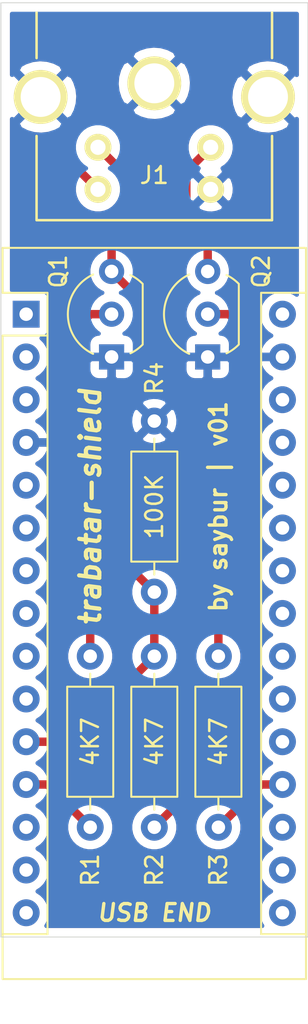
<source format=kicad_pcb>
(kicad_pcb (version 20171130) (host pcbnew 5.1.5+dfsg1-2build2)

  (general
    (thickness 1.6)
    (drawings 7)
    (tracks 40)
    (zones 0)
    (modules 8)
    (nets 34)
  )

  (page USLetter)
  (title_block
    (title trabatar-shield)
    (rev v01)
  )

  (layers
    (0 F.Cu signal)
    (31 B.Cu signal)
    (32 B.Adhes user)
    (33 F.Adhes user)
    (34 B.Paste user)
    (35 F.Paste user)
    (36 B.SilkS user)
    (37 F.SilkS user)
    (38 B.Mask user)
    (39 F.Mask user)
    (40 Dwgs.User user)
    (41 Cmts.User user)
    (42 Eco1.User user)
    (43 Eco2.User user)
    (44 Edge.Cuts user)
    (45 Margin user)
    (46 B.CrtYd user)
    (47 F.CrtYd user)
    (48 B.Fab user)
    (49 F.Fab user hide)
  )

  (setup
    (last_trace_width 0.25)
    (user_trace_width 0.5)
    (trace_clearance 0.2)
    (zone_clearance 0.508)
    (zone_45_only no)
    (trace_min 0.2)
    (via_size 0.8)
    (via_drill 0.4)
    (via_min_size 0.4)
    (via_min_drill 0.3)
    (uvia_size 0.3)
    (uvia_drill 0.1)
    (uvias_allowed no)
    (uvia_min_size 0.2)
    (uvia_min_drill 0.1)
    (edge_width 0.05)
    (segment_width 0.2)
    (pcb_text_width 0.3)
    (pcb_text_size 1.5 1.5)
    (mod_edge_width 0.12)
    (mod_text_size 1 1)
    (mod_text_width 0.15)
    (pad_size 1.524 1.524)
    (pad_drill 0.762)
    (pad_to_mask_clearance 0.051)
    (solder_mask_min_width 0.25)
    (aux_axis_origin 0 0)
    (visible_elements FFFFFF7F)
    (pcbplotparams
      (layerselection 0x010fc_ffffffff)
      (usegerberextensions false)
      (usegerberattributes false)
      (usegerberadvancedattributes false)
      (creategerberjobfile false)
      (excludeedgelayer true)
      (linewidth 0.100000)
      (plotframeref false)
      (viasonmask false)
      (mode 1)
      (useauxorigin false)
      (hpglpennumber 1)
      (hpglpenspeed 20)
      (hpglpendiameter 15.000000)
      (psnegative false)
      (psa4output false)
      (plotreference true)
      (plotvalue true)
      (plotinvisibletext false)
      (padsonsilk false)
      (subtractmaskfromsilk false)
      (outputformat 1)
      (mirror false)
      (drillshape 1)
      (scaleselection 1)
      (outputdirectory ""))
  )

  (net 0 "")
  (net 1 "Net-(A1-Pad16)")
  (net 2 "Net-(A1-Pad15)")
  (net 3 "Net-(A1-Pad30)")
  (net 4 "Net-(A1-Pad14)")
  (net 5 "Net-(A1-Pad13)")
  (net 6 "Net-(A1-Pad28)")
  (net 7 "Net-(A1-Pad12)")
  (net 8 "Net-(A1-Pad11)")
  (net 9 "Net-(A1-Pad26)")
  (net 10 "Net-(A1-Pad10)")
  (net 11 "Net-(A1-Pad25)")
  (net 12 "Net-(A1-Pad9)")
  (net 13 "Net-(A1-Pad24)")
  (net 14 "Net-(A1-Pad8)")
  (net 15 "Net-(A1-Pad23)")
  (net 16 "Net-(A1-Pad7)")
  (net 17 "Net-(A1-Pad22)")
  (net 18 "Net-(A1-Pad6)")
  (net 19 "Net-(A1-Pad21)")
  (net 20 "Net-(A1-Pad5)")
  (net 21 "Net-(A1-Pad20)")
  (net 22 "Net-(A1-Pad19)")
  (net 23 "Net-(A1-Pad3)")
  (net 24 "Net-(A1-Pad18)")
  (net 25 "Net-(A1-Pad2)")
  (net 26 "Net-(A1-Pad17)")
  (net 27 "Net-(A1-Pad1)")
  (net 28 GND)
  (net 29 "Net-(J1-Pad2)")
  (net 30 "Net-(J1-Pad3)")
  (net 31 "Net-(A1-Pad27)")
  (net 32 "Net-(Q1-Pad2)")
  (net 33 "Net-(Q2-Pad2)")

  (net_class Default "This is the default net class."
    (clearance 0.2)
    (trace_width 0.25)
    (via_dia 0.8)
    (via_drill 0.4)
    (uvia_dia 0.3)
    (uvia_drill 0.1)
    (add_net GND)
    (add_net "Net-(A1-Pad1)")
    (add_net "Net-(A1-Pad10)")
    (add_net "Net-(A1-Pad11)")
    (add_net "Net-(A1-Pad12)")
    (add_net "Net-(A1-Pad13)")
    (add_net "Net-(A1-Pad14)")
    (add_net "Net-(A1-Pad15)")
    (add_net "Net-(A1-Pad16)")
    (add_net "Net-(A1-Pad17)")
    (add_net "Net-(A1-Pad18)")
    (add_net "Net-(A1-Pad19)")
    (add_net "Net-(A1-Pad2)")
    (add_net "Net-(A1-Pad20)")
    (add_net "Net-(A1-Pad21)")
    (add_net "Net-(A1-Pad22)")
    (add_net "Net-(A1-Pad23)")
    (add_net "Net-(A1-Pad24)")
    (add_net "Net-(A1-Pad25)")
    (add_net "Net-(A1-Pad26)")
    (add_net "Net-(A1-Pad27)")
    (add_net "Net-(A1-Pad28)")
    (add_net "Net-(A1-Pad3)")
    (add_net "Net-(A1-Pad30)")
    (add_net "Net-(A1-Pad5)")
    (add_net "Net-(A1-Pad6)")
    (add_net "Net-(A1-Pad7)")
    (add_net "Net-(A1-Pad8)")
    (add_net "Net-(A1-Pad9)")
    (add_net "Net-(J1-Pad2)")
    (add_net "Net-(J1-Pad3)")
    (add_net "Net-(Q1-Pad2)")
    (add_net "Net-(Q2-Pad2)")
  )

  (module Resistor_THT:R_Axial_DIN0207_L6.3mm_D2.5mm_P10.16mm_Horizontal (layer F.Cu) (tedit 5AE5139B) (tstamp 60EA44F5)
    (at 134.62 69.85 270)
    (descr "Resistor, Axial_DIN0207 series, Axial, Horizontal, pin pitch=10.16mm, 0.25W = 1/4W, length*diameter=6.3*2.5mm^2, http://cdn-reichelt.de/documents/datenblatt/B400/1_4W%23YAG.pdf")
    (tags "Resistor Axial_DIN0207 series Axial Horizontal pin pitch 10.16mm 0.25W = 1/4W length 6.3mm diameter 2.5mm")
    (path /60EC3C90)
    (fp_text reference R4 (at -2.54 0 270) (layer F.SilkS)
      (effects (font (size 1 1) (thickness 0.15)))
    )
    (fp_text value 100K (at 5.08 0 90) (layer F.SilkS)
      (effects (font (size 1 1) (thickness 0.15)))
    )
    (fp_text user %R (at 5.08 0 90) (layer F.Fab)
      (effects (font (size 1 1) (thickness 0.15)))
    )
    (fp_line (start 11.21 -1.5) (end -1.05 -1.5) (layer F.CrtYd) (width 0.05))
    (fp_line (start 11.21 1.5) (end 11.21 -1.5) (layer F.CrtYd) (width 0.05))
    (fp_line (start -1.05 1.5) (end 11.21 1.5) (layer F.CrtYd) (width 0.05))
    (fp_line (start -1.05 -1.5) (end -1.05 1.5) (layer F.CrtYd) (width 0.05))
    (fp_line (start 9.12 0) (end 8.35 0) (layer F.SilkS) (width 0.12))
    (fp_line (start 1.04 0) (end 1.81 0) (layer F.SilkS) (width 0.12))
    (fp_line (start 8.35 -1.37) (end 1.81 -1.37) (layer F.SilkS) (width 0.12))
    (fp_line (start 8.35 1.37) (end 8.35 -1.37) (layer F.SilkS) (width 0.12))
    (fp_line (start 1.81 1.37) (end 8.35 1.37) (layer F.SilkS) (width 0.12))
    (fp_line (start 1.81 -1.37) (end 1.81 1.37) (layer F.SilkS) (width 0.12))
    (fp_line (start 10.16 0) (end 8.23 0) (layer F.Fab) (width 0.1))
    (fp_line (start 0 0) (end 1.93 0) (layer F.Fab) (width 0.1))
    (fp_line (start 8.23 -1.25) (end 1.93 -1.25) (layer F.Fab) (width 0.1))
    (fp_line (start 8.23 1.25) (end 8.23 -1.25) (layer F.Fab) (width 0.1))
    (fp_line (start 1.93 1.25) (end 8.23 1.25) (layer F.Fab) (width 0.1))
    (fp_line (start 1.93 -1.25) (end 1.93 1.25) (layer F.Fab) (width 0.1))
    (pad 2 thru_hole oval (at 10.16 0 270) (size 1.6 1.6) (drill 0.8) (layers *.Cu *.Mask)
      (net 8 "Net-(A1-Pad11)"))
    (pad 1 thru_hole circle (at 0 0 270) (size 1.6 1.6) (drill 0.8) (layers *.Cu *.Mask)
      (net 28 GND))
    (model ${KISYS3DMOD}/Resistor_THT.3dshapes/R_Axial_DIN0207_L6.3mm_D2.5mm_P10.16mm_Horizontal.wrl
      (at (xyz 0 0 0))
      (scale (xyz 1 1 1))
      (rotate (xyz 0 0 0))
    )
  )

  (module Resistor_THT:R_Axial_DIN0207_L6.3mm_D2.5mm_P10.16mm_Horizontal (layer F.Cu) (tedit 5AE5139B) (tstamp 60EA44DE)
    (at 138.43 83.82 270)
    (descr "Resistor, Axial_DIN0207 series, Axial, Horizontal, pin pitch=10.16mm, 0.25W = 1/4W, length*diameter=6.3*2.5mm^2, http://cdn-reichelt.de/documents/datenblatt/B400/1_4W%23YAG.pdf")
    (tags "Resistor Axial_DIN0207 series Axial Horizontal pin pitch 10.16mm 0.25W = 1/4W length 6.3mm diameter 2.5mm")
    (path /60EA355F)
    (fp_text reference R3 (at 12.7 0 270) (layer F.SilkS)
      (effects (font (size 1 1) (thickness 0.15)))
    )
    (fp_text value 4K7 (at 5.08 0 90) (layer F.SilkS)
      (effects (font (size 1 1) (thickness 0.15)))
    )
    (fp_text user %R (at 5.08 0 90) (layer F.Fab)
      (effects (font (size 1 1) (thickness 0.15)))
    )
    (fp_line (start 11.21 -1.5) (end -1.05 -1.5) (layer F.CrtYd) (width 0.05))
    (fp_line (start 11.21 1.5) (end 11.21 -1.5) (layer F.CrtYd) (width 0.05))
    (fp_line (start -1.05 1.5) (end 11.21 1.5) (layer F.CrtYd) (width 0.05))
    (fp_line (start -1.05 -1.5) (end -1.05 1.5) (layer F.CrtYd) (width 0.05))
    (fp_line (start 9.12 0) (end 8.35 0) (layer F.SilkS) (width 0.12))
    (fp_line (start 1.04 0) (end 1.81 0) (layer F.SilkS) (width 0.12))
    (fp_line (start 8.35 -1.37) (end 1.81 -1.37) (layer F.SilkS) (width 0.12))
    (fp_line (start 8.35 1.37) (end 8.35 -1.37) (layer F.SilkS) (width 0.12))
    (fp_line (start 1.81 1.37) (end 8.35 1.37) (layer F.SilkS) (width 0.12))
    (fp_line (start 1.81 -1.37) (end 1.81 1.37) (layer F.SilkS) (width 0.12))
    (fp_line (start 10.16 0) (end 8.23 0) (layer F.Fab) (width 0.1))
    (fp_line (start 0 0) (end 1.93 0) (layer F.Fab) (width 0.1))
    (fp_line (start 8.23 -1.25) (end 1.93 -1.25) (layer F.Fab) (width 0.1))
    (fp_line (start 8.23 1.25) (end 8.23 -1.25) (layer F.Fab) (width 0.1))
    (fp_line (start 1.93 1.25) (end 8.23 1.25) (layer F.Fab) (width 0.1))
    (fp_line (start 1.93 -1.25) (end 1.93 1.25) (layer F.Fab) (width 0.1))
    (pad 2 thru_hole oval (at 10.16 0 270) (size 1.6 1.6) (drill 0.8) (layers *.Cu *.Mask)
      (net 22 "Net-(A1-Pad19)"))
    (pad 1 thru_hole circle (at 0 0 270) (size 1.6 1.6) (drill 0.8) (layers *.Cu *.Mask)
      (net 33 "Net-(Q2-Pad2)"))
    (model ${KISYS3DMOD}/Resistor_THT.3dshapes/R_Axial_DIN0207_L6.3mm_D2.5mm_P10.16mm_Horizontal.wrl
      (at (xyz 0 0 0))
      (scale (xyz 1 1 1))
      (rotate (xyz 0 0 0))
    )
  )

  (module Resistor_THT:R_Axial_DIN0207_L6.3mm_D2.5mm_P10.16mm_Horizontal (layer F.Cu) (tedit 5AE5139B) (tstamp 60EA44C7)
    (at 130.81 83.82 270)
    (descr "Resistor, Axial_DIN0207 series, Axial, Horizontal, pin pitch=10.16mm, 0.25W = 1/4W, length*diameter=6.3*2.5mm^2, http://cdn-reichelt.de/documents/datenblatt/B400/1_4W%23YAG.pdf")
    (tags "Resistor Axial_DIN0207 series Axial Horizontal pin pitch 10.16mm 0.25W = 1/4W length 6.3mm diameter 2.5mm")
    (path /60E9F7AB)
    (fp_text reference R1 (at 12.7 0 270) (layer F.SilkS)
      (effects (font (size 1 1) (thickness 0.15)))
    )
    (fp_text value 4K7 (at 5.08 0 90) (layer F.SilkS)
      (effects (font (size 1 1) (thickness 0.15)))
    )
    (fp_text user %R (at 5.08 0 90) (layer F.Fab)
      (effects (font (size 1 1) (thickness 0.15)))
    )
    (fp_line (start 11.21 -1.5) (end -1.05 -1.5) (layer F.CrtYd) (width 0.05))
    (fp_line (start 11.21 1.5) (end 11.21 -1.5) (layer F.CrtYd) (width 0.05))
    (fp_line (start -1.05 1.5) (end 11.21 1.5) (layer F.CrtYd) (width 0.05))
    (fp_line (start -1.05 -1.5) (end -1.05 1.5) (layer F.CrtYd) (width 0.05))
    (fp_line (start 9.12 0) (end 8.35 0) (layer F.SilkS) (width 0.12))
    (fp_line (start 1.04 0) (end 1.81 0) (layer F.SilkS) (width 0.12))
    (fp_line (start 8.35 -1.37) (end 1.81 -1.37) (layer F.SilkS) (width 0.12))
    (fp_line (start 8.35 1.37) (end 8.35 -1.37) (layer F.SilkS) (width 0.12))
    (fp_line (start 1.81 1.37) (end 8.35 1.37) (layer F.SilkS) (width 0.12))
    (fp_line (start 1.81 -1.37) (end 1.81 1.37) (layer F.SilkS) (width 0.12))
    (fp_line (start 10.16 0) (end 8.23 0) (layer F.Fab) (width 0.1))
    (fp_line (start 0 0) (end 1.93 0) (layer F.Fab) (width 0.1))
    (fp_line (start 8.23 -1.25) (end 1.93 -1.25) (layer F.Fab) (width 0.1))
    (fp_line (start 8.23 1.25) (end 8.23 -1.25) (layer F.Fab) (width 0.1))
    (fp_line (start 1.93 1.25) (end 8.23 1.25) (layer F.Fab) (width 0.1))
    (fp_line (start 1.93 -1.25) (end 1.93 1.25) (layer F.Fab) (width 0.1))
    (pad 2 thru_hole oval (at 10.16 0 270) (size 1.6 1.6) (drill 0.8) (layers *.Cu *.Mask)
      (net 7 "Net-(A1-Pad12)"))
    (pad 1 thru_hole circle (at 0 0 270) (size 1.6 1.6) (drill 0.8) (layers *.Cu *.Mask)
      (net 32 "Net-(Q1-Pad2)"))
    (model ${KISYS3DMOD}/Resistor_THT.3dshapes/R_Axial_DIN0207_L6.3mm_D2.5mm_P10.16mm_Horizontal.wrl
      (at (xyz 0 0 0))
      (scale (xyz 1 1 1))
      (rotate (xyz 0 0 0))
    )
  )

  (module Resistor_THT:R_Axial_DIN0207_L6.3mm_D2.5mm_P10.16mm_Horizontal (layer F.Cu) (tedit 5AE5139B) (tstamp 60EA44B0)
    (at 134.62 83.82 270)
    (descr "Resistor, Axial_DIN0207 series, Axial, Horizontal, pin pitch=10.16mm, 0.25W = 1/4W, length*diameter=6.3*2.5mm^2, http://cdn-reichelt.de/documents/datenblatt/B400/1_4W%23YAG.pdf")
    (tags "Resistor Axial_DIN0207 series Axial Horizontal pin pitch 10.16mm 0.25W = 1/4W length 6.3mm diameter 2.5mm")
    (path /60EA4BEC)
    (fp_text reference R2 (at 12.7 0 270) (layer F.SilkS)
      (effects (font (size 1 1) (thickness 0.15)))
    )
    (fp_text value 4K7 (at 5.08 0 90) (layer F.SilkS)
      (effects (font (size 1 1) (thickness 0.15)))
    )
    (fp_text user %R (at 5.08 0 90) (layer F.Fab)
      (effects (font (size 1 1) (thickness 0.15)))
    )
    (fp_line (start 11.21 -1.5) (end -1.05 -1.5) (layer F.CrtYd) (width 0.05))
    (fp_line (start 11.21 1.5) (end 11.21 -1.5) (layer F.CrtYd) (width 0.05))
    (fp_line (start -1.05 1.5) (end 11.21 1.5) (layer F.CrtYd) (width 0.05))
    (fp_line (start -1.05 -1.5) (end -1.05 1.5) (layer F.CrtYd) (width 0.05))
    (fp_line (start 9.12 0) (end 8.35 0) (layer F.SilkS) (width 0.12))
    (fp_line (start 1.04 0) (end 1.81 0) (layer F.SilkS) (width 0.12))
    (fp_line (start 8.35 -1.37) (end 1.81 -1.37) (layer F.SilkS) (width 0.12))
    (fp_line (start 8.35 1.37) (end 8.35 -1.37) (layer F.SilkS) (width 0.12))
    (fp_line (start 1.81 1.37) (end 8.35 1.37) (layer F.SilkS) (width 0.12))
    (fp_line (start 1.81 -1.37) (end 1.81 1.37) (layer F.SilkS) (width 0.12))
    (fp_line (start 10.16 0) (end 8.23 0) (layer F.Fab) (width 0.1))
    (fp_line (start 0 0) (end 1.93 0) (layer F.Fab) (width 0.1))
    (fp_line (start 8.23 -1.25) (end 1.93 -1.25) (layer F.Fab) (width 0.1))
    (fp_line (start 8.23 1.25) (end 8.23 -1.25) (layer F.Fab) (width 0.1))
    (fp_line (start 1.93 1.25) (end 8.23 1.25) (layer F.Fab) (width 0.1))
    (fp_line (start 1.93 -1.25) (end 1.93 1.25) (layer F.Fab) (width 0.1))
    (pad 2 thru_hole oval (at 10.16 0 270) (size 1.6 1.6) (drill 0.8) (layers *.Cu *.Mask)
      (net 30 "Net-(J1-Pad3)"))
    (pad 1 thru_hole circle (at 0 0 270) (size 1.6 1.6) (drill 0.8) (layers *.Cu *.Mask)
      (net 8 "Net-(A1-Pad11)"))
    (model ${KISYS3DMOD}/Resistor_THT.3dshapes/R_Axial_DIN0207_L6.3mm_D2.5mm_P10.16mm_Horizontal.wrl
      (at (xyz 0 0 0))
      (scale (xyz 1 1 1))
      (rotate (xyz 0 0 0))
    )
  )

  (module Package_TO_SOT_THT:TO-92_Inline_Wide (layer F.Cu) (tedit 5A02FF81) (tstamp 60EA4499)
    (at 137.795 66.04 90)
    (descr "TO-92 leads in-line, wide, drill 0.75mm (see NXP sot054_po.pdf)")
    (tags "to-92 sc-43 sc-43a sot54 PA33 transistor")
    (path /60E9E8FC)
    (fp_text reference Q2 (at 5.08 3.175 270) (layer F.SilkS)
      (effects (font (size 1 1) (thickness 0.15)))
    )
    (fp_text value 2N3904 (at 2.54 2.79 90) (layer F.Fab)
      (effects (font (size 1 1) (thickness 0.15)))
    )
    (fp_arc (start 2.54 0) (end 4.34 1.85) (angle -20) (layer F.SilkS) (width 0.12))
    (fp_arc (start 2.54 0) (end 2.54 -2.48) (angle -135) (layer F.Fab) (width 0.1))
    (fp_arc (start 2.54 0) (end 2.54 -2.48) (angle 135) (layer F.Fab) (width 0.1))
    (fp_arc (start 2.54 0) (end 2.54 -2.6) (angle 65) (layer F.SilkS) (width 0.12))
    (fp_arc (start 2.54 0) (end 2.54 -2.6) (angle -65) (layer F.SilkS) (width 0.12))
    (fp_arc (start 2.54 0) (end 0.74 1.85) (angle 20) (layer F.SilkS) (width 0.12))
    (fp_line (start 6.09 2.01) (end -1.01 2.01) (layer F.CrtYd) (width 0.05))
    (fp_line (start 6.09 2.01) (end 6.09 -2.73) (layer F.CrtYd) (width 0.05))
    (fp_line (start -1.01 -2.73) (end -1.01 2.01) (layer F.CrtYd) (width 0.05))
    (fp_line (start -1.01 -2.73) (end 6.09 -2.73) (layer F.CrtYd) (width 0.05))
    (fp_line (start 0.8 1.75) (end 4.3 1.75) (layer F.Fab) (width 0.1))
    (fp_line (start 0.74 1.85) (end 4.34 1.85) (layer F.SilkS) (width 0.12))
    (fp_text user %R (at 2.54 -3.56 90) (layer F.Fab)
      (effects (font (size 1 1) (thickness 0.15)))
    )
    (pad 1 thru_hole rect (at 0 0 180) (size 1.5 1.5) (drill 0.8) (layers *.Cu *.Mask)
      (net 28 GND))
    (pad 3 thru_hole circle (at 5.08 0 180) (size 1.5 1.5) (drill 0.8) (layers *.Cu *.Mask)
      (net 29 "Net-(J1-Pad2)"))
    (pad 2 thru_hole circle (at 2.54 0 180) (size 1.5 1.5) (drill 0.8) (layers *.Cu *.Mask)
      (net 33 "Net-(Q2-Pad2)"))
    (model ${KISYS3DMOD}/Package_TO_SOT_THT.3dshapes/TO-92_Inline_Wide.wrl
      (at (xyz 0 0 0))
      (scale (xyz 1 1 1))
      (rotate (xyz 0 0 0))
    )
  )

  (module Package_TO_SOT_THT:TO-92_Inline_Wide (layer F.Cu) (tedit 5A02FF81) (tstamp 60EA4F88)
    (at 132.08 66.04 90)
    (descr "TO-92 leads in-line, wide, drill 0.75mm (see NXP sot054_po.pdf)")
    (tags "to-92 sc-43 sc-43a sot54 PA33 transistor")
    (path /60E9EC25)
    (fp_text reference Q1 (at 5.08 -3.175 270) (layer F.SilkS)
      (effects (font (size 1 1) (thickness 0.15)))
    )
    (fp_text value 2N3904 (at 2.54 2.79 90) (layer F.Fab)
      (effects (font (size 1 1) (thickness 0.15)))
    )
    (fp_arc (start 2.54 0) (end 4.34 1.85) (angle -20) (layer F.SilkS) (width 0.12))
    (fp_arc (start 2.54 0) (end 2.54 -2.48) (angle -135) (layer F.Fab) (width 0.1))
    (fp_arc (start 2.54 0) (end 2.54 -2.48) (angle 135) (layer F.Fab) (width 0.1))
    (fp_arc (start 2.54 0) (end 2.54 -2.6) (angle 65) (layer F.SilkS) (width 0.12))
    (fp_arc (start 2.54 0) (end 2.54 -2.6) (angle -65) (layer F.SilkS) (width 0.12))
    (fp_arc (start 2.54 0) (end 0.74 1.85) (angle 20) (layer F.SilkS) (width 0.12))
    (fp_line (start 6.09 2.01) (end -1.01 2.01) (layer F.CrtYd) (width 0.05))
    (fp_line (start 6.09 2.01) (end 6.09 -2.73) (layer F.CrtYd) (width 0.05))
    (fp_line (start -1.01 -2.73) (end -1.01 2.01) (layer F.CrtYd) (width 0.05))
    (fp_line (start -1.01 -2.73) (end 6.09 -2.73) (layer F.CrtYd) (width 0.05))
    (fp_line (start 0.8 1.75) (end 4.3 1.75) (layer F.Fab) (width 0.1))
    (fp_line (start 0.74 1.85) (end 4.34 1.85) (layer F.SilkS) (width 0.12))
    (fp_text user %R (at 2.54 -3.56 90) (layer F.Fab)
      (effects (font (size 1 1) (thickness 0.15)))
    )
    (pad 1 thru_hole rect (at 0 0 180) (size 1.5 1.5) (drill 0.8) (layers *.Cu *.Mask)
      (net 28 GND))
    (pad 3 thru_hole circle (at 5.08 0 180) (size 1.5 1.5) (drill 0.8) (layers *.Cu *.Mask)
      (net 8 "Net-(A1-Pad11)"))
    (pad 2 thru_hole circle (at 2.54 0 180) (size 1.5 1.5) (drill 0.8) (layers *.Cu *.Mask)
      (net 32 "Net-(Q1-Pad2)"))
    (model ${KISYS3DMOD}/Package_TO_SOT_THT.3dshapes/TO-92_Inline_Wide.wrl
      (at (xyz 0 0 0))
      (scale (xyz 1 1 1))
      (rotate (xyz 0 0 0))
    )
  )

  (module shield:5749181-1 (layer F.Cu) (tedit 60E9A15F) (tstamp 60E935D1)
    (at 134.62 45.085)
    (path /60E90556)
    (fp_text reference J1 (at 0 10.16) (layer F.SilkS)
      (effects (font (size 1 1) (thickness 0.15)))
    )
    (fp_text value Mini-DIN-4 (at 0 -1) (layer F.Fab)
      (effects (font (size 1 1) (thickness 0.15)))
    )
    (fp_line (start -7 0.5) (end -7 3.2) (layer F.SilkS) (width 0.15))
    (fp_line (start 7 0.5) (end 7 3.2) (layer F.SilkS) (width 0.15))
    (fp_line (start -7 12.83) (end -7 7.83) (layer F.SilkS) (width 0.15))
    (fp_line (start 7 12.83) (end 7 7.83) (layer F.SilkS) (width 0.15))
    (fp_line (start -7 12.83) (end 7 12.83) (layer F.SilkS) (width 0.15))
    (pad 4 thru_hole circle (at 0 4.7) (size 3.2 3.2) (drill 2.37) (layers *.Cu *.Mask F.SilkS)
      (net 28 GND))
    (pad 4 thru_hole circle (at 6.76 5.51) (size 3.2 3.2) (drill 2.37) (layers *.Cu *.Mask F.SilkS)
      (net 28 GND))
    (pad 4 thru_hole circle (at -6.76 5.51) (size 3.2 3.2) (drill 2.37) (layers *.Cu *.Mask F.SilkS)
      (net 28 GND))
    (pad 2 thru_hole circle (at 3.35 8.5) (size 1.6 1.6) (drill 0.9) (layers *.Cu *.Mask F.SilkS)
      (net 29 "Net-(J1-Pad2)"))
    (pad 1 thru_hole circle (at -3.35 8.5) (size 1.6 1.6) (drill 0.9) (layers *.Cu *.Mask F.SilkS)
      (net 8 "Net-(A1-Pad11)"))
    (pad 4 thru_hole circle (at 3.35 11) (size 1.6 1.6) (drill 0.9) (layers *.Cu *.Mask F.SilkS)
      (net 28 GND))
    (pad 3 thru_hole circle (at -3.35 11) (size 1.6 1.6) (drill 0.9) (layers *.Cu *.Mask F.SilkS)
      (net 30 "Net-(J1-Pad3)"))
  )

  (module Module:Arduino_Nano (layer F.Cu) (tedit 58ACAF70) (tstamp 60E94390)
    (at 127 63.5)
    (descr "Arduino Nano, http://www.mouser.com/pdfdocs/Gravitech_Arduino_Nano3_0.pdf")
    (tags "Arduino Nano")
    (path /60E8E002)
    (fp_text reference A1 (at 7.62 35.56) (layer F.SilkS) hide
      (effects (font (size 1 1) (thickness 0.15)))
    )
    (fp_text value Arduino_Nano_v3.x (at 8.89 19.05 90) (layer F.Fab)
      (effects (font (size 1 1) (thickness 0.15)))
    )
    (fp_line (start 16.75 42.16) (end -1.53 42.16) (layer F.CrtYd) (width 0.05))
    (fp_line (start 16.75 42.16) (end 16.75 -4.06) (layer F.CrtYd) (width 0.05))
    (fp_line (start -1.53 -4.06) (end -1.53 42.16) (layer F.CrtYd) (width 0.05))
    (fp_line (start -1.53 -4.06) (end 16.75 -4.06) (layer F.CrtYd) (width 0.05))
    (fp_line (start 16.51 -3.81) (end 16.51 39.37) (layer F.Fab) (width 0.1))
    (fp_line (start 0 -3.81) (end 16.51 -3.81) (layer F.Fab) (width 0.1))
    (fp_line (start -1.27 -2.54) (end 0 -3.81) (layer F.Fab) (width 0.1))
    (fp_line (start -1.27 39.37) (end -1.27 -2.54) (layer F.Fab) (width 0.1))
    (fp_line (start 16.51 39.37) (end -1.27 39.37) (layer F.Fab) (width 0.1))
    (fp_line (start 16.64 -3.94) (end -1.4 -3.94) (layer F.SilkS) (width 0.12))
    (fp_line (start 16.64 39.5) (end 16.64 -3.94) (layer F.SilkS) (width 0.12))
    (fp_line (start -1.4 39.5) (end 16.64 39.5) (layer F.SilkS) (width 0.12))
    (fp_line (start 3.81 41.91) (end 3.81 31.75) (layer F.Fab) (width 0.1))
    (fp_line (start 11.43 41.91) (end 3.81 41.91) (layer F.Fab) (width 0.1))
    (fp_line (start 11.43 31.75) (end 11.43 41.91) (layer F.Fab) (width 0.1))
    (fp_line (start 3.81 31.75) (end 11.43 31.75) (layer F.Fab) (width 0.1))
    (fp_line (start 1.27 36.83) (end -1.4 36.83) (layer F.SilkS) (width 0.12))
    (fp_line (start 1.27 1.27) (end 1.27 36.83) (layer F.SilkS) (width 0.12))
    (fp_line (start 1.27 1.27) (end -1.4 1.27) (layer F.SilkS) (width 0.12))
    (fp_line (start 13.97 36.83) (end 16.64 36.83) (layer F.SilkS) (width 0.12))
    (fp_line (start 13.97 -1.27) (end 13.97 36.83) (layer F.SilkS) (width 0.12))
    (fp_line (start 13.97 -1.27) (end 16.64 -1.27) (layer F.SilkS) (width 0.12))
    (fp_line (start -1.4 -3.94) (end -1.4 -1.27) (layer F.SilkS) (width 0.12))
    (fp_line (start -1.4 1.27) (end -1.4 39.5) (layer F.SilkS) (width 0.12))
    (fp_line (start 1.27 -1.27) (end -1.4 -1.27) (layer F.SilkS) (width 0.12))
    (fp_line (start 1.27 1.27) (end 1.27 -1.27) (layer F.SilkS) (width 0.12))
    (fp_text user %R (at 6.35 19.05 90) (layer F.Fab)
      (effects (font (size 1 1) (thickness 0.15)))
    )
    (pad 16 thru_hole oval (at 15.24 35.56) (size 1.6 1.6) (drill 0.8) (layers *.Cu *.Mask)
      (net 1 "Net-(A1-Pad16)"))
    (pad 15 thru_hole oval (at 0 35.56) (size 1.6 1.6) (drill 0.8) (layers *.Cu *.Mask)
      (net 2 "Net-(A1-Pad15)"))
    (pad 30 thru_hole oval (at 15.24 0) (size 1.6 1.6) (drill 0.8) (layers *.Cu *.Mask)
      (net 3 "Net-(A1-Pad30)"))
    (pad 14 thru_hole oval (at 0 33.02) (size 1.6 1.6) (drill 0.8) (layers *.Cu *.Mask)
      (net 4 "Net-(A1-Pad14)"))
    (pad 29 thru_hole oval (at 15.24 2.54) (size 1.6 1.6) (drill 0.8) (layers *.Cu *.Mask)
      (net 28 GND))
    (pad 13 thru_hole oval (at 0 30.48) (size 1.6 1.6) (drill 0.8) (layers *.Cu *.Mask)
      (net 5 "Net-(A1-Pad13)"))
    (pad 28 thru_hole oval (at 15.24 5.08) (size 1.6 1.6) (drill 0.8) (layers *.Cu *.Mask)
      (net 6 "Net-(A1-Pad28)"))
    (pad 12 thru_hole oval (at 0 27.94) (size 1.6 1.6) (drill 0.8) (layers *.Cu *.Mask)
      (net 7 "Net-(A1-Pad12)"))
    (pad 27 thru_hole oval (at 15.24 7.62) (size 1.6 1.6) (drill 0.8) (layers *.Cu *.Mask)
      (net 31 "Net-(A1-Pad27)"))
    (pad 11 thru_hole oval (at 0 25.4) (size 1.6 1.6) (drill 0.8) (layers *.Cu *.Mask)
      (net 8 "Net-(A1-Pad11)"))
    (pad 26 thru_hole oval (at 15.24 10.16) (size 1.6 1.6) (drill 0.8) (layers *.Cu *.Mask)
      (net 9 "Net-(A1-Pad26)"))
    (pad 10 thru_hole oval (at 0 22.86) (size 1.6 1.6) (drill 0.8) (layers *.Cu *.Mask)
      (net 10 "Net-(A1-Pad10)"))
    (pad 25 thru_hole oval (at 15.24 12.7) (size 1.6 1.6) (drill 0.8) (layers *.Cu *.Mask)
      (net 11 "Net-(A1-Pad25)"))
    (pad 9 thru_hole oval (at 0 20.32) (size 1.6 1.6) (drill 0.8) (layers *.Cu *.Mask)
      (net 12 "Net-(A1-Pad9)"))
    (pad 24 thru_hole oval (at 15.24 15.24) (size 1.6 1.6) (drill 0.8) (layers *.Cu *.Mask)
      (net 13 "Net-(A1-Pad24)"))
    (pad 8 thru_hole oval (at 0 17.78) (size 1.6 1.6) (drill 0.8) (layers *.Cu *.Mask)
      (net 14 "Net-(A1-Pad8)"))
    (pad 23 thru_hole oval (at 15.24 17.78) (size 1.6 1.6) (drill 0.8) (layers *.Cu *.Mask)
      (net 15 "Net-(A1-Pad23)"))
    (pad 7 thru_hole oval (at 0 15.24) (size 1.6 1.6) (drill 0.8) (layers *.Cu *.Mask)
      (net 16 "Net-(A1-Pad7)"))
    (pad 22 thru_hole oval (at 15.24 20.32) (size 1.6 1.6) (drill 0.8) (layers *.Cu *.Mask)
      (net 17 "Net-(A1-Pad22)"))
    (pad 6 thru_hole oval (at 0 12.7) (size 1.6 1.6) (drill 0.8) (layers *.Cu *.Mask)
      (net 18 "Net-(A1-Pad6)"))
    (pad 21 thru_hole oval (at 15.24 22.86) (size 1.6 1.6) (drill 0.8) (layers *.Cu *.Mask)
      (net 19 "Net-(A1-Pad21)"))
    (pad 5 thru_hole oval (at 0 10.16) (size 1.6 1.6) (drill 0.8) (layers *.Cu *.Mask)
      (net 20 "Net-(A1-Pad5)"))
    (pad 20 thru_hole oval (at 15.24 25.4) (size 1.6 1.6) (drill 0.8) (layers *.Cu *.Mask)
      (net 21 "Net-(A1-Pad20)"))
    (pad 4 thru_hole oval (at 0 7.62) (size 1.6 1.6) (drill 0.8) (layers *.Cu *.Mask)
      (net 28 GND))
    (pad 19 thru_hole oval (at 15.24 27.94) (size 1.6 1.6) (drill 0.8) (layers *.Cu *.Mask)
      (net 22 "Net-(A1-Pad19)"))
    (pad 3 thru_hole oval (at 0 5.08) (size 1.6 1.6) (drill 0.8) (layers *.Cu *.Mask)
      (net 23 "Net-(A1-Pad3)"))
    (pad 18 thru_hole oval (at 15.24 30.48) (size 1.6 1.6) (drill 0.8) (layers *.Cu *.Mask)
      (net 24 "Net-(A1-Pad18)"))
    (pad 2 thru_hole oval (at 0 2.54) (size 1.6 1.6) (drill 0.8) (layers *.Cu *.Mask)
      (net 25 "Net-(A1-Pad2)"))
    (pad 17 thru_hole oval (at 15.24 33.02) (size 1.6 1.6) (drill 0.8) (layers *.Cu *.Mask)
      (net 26 "Net-(A1-Pad17)"))
    (pad 1 thru_hole rect (at 0 0) (size 1.6 1.6) (drill 0.8) (layers *.Cu *.Mask)
      (net 27 "Net-(A1-Pad1)"))
    (model ${KISYS3DMOD}/Module.3dshapes/Arduino_Nano_WithMountingHoles.wrl
      (at (xyz 0 0 0))
      (scale (xyz 1 1 1))
      (rotate (xyz 0 0 0))
    )
  )

  (gr_text "USB END" (at 134.62 99.06) (layer F.SilkS) (tstamp 60EA73F0)
    (effects (font (size 1 1) (thickness 0.2) italic))
  )
  (gr_text "by saybur | v01" (at 138.43 74.93 90) (layer F.SilkS) (tstamp 60EA71F2)
    (effects (font (size 1 1) (thickness 0.2)))
  )
  (gr_text trabatar-shield (at 130.81 74.93 90) (layer F.SilkS)
    (effects (font (size 1.2 1.2) (thickness 0.25) italic))
  )
  (gr_line (start 143.75 45) (end 125.5 45) (layer Edge.Cuts) (width 0.05))
  (gr_line (start 143.75 100.5) (end 143.75 45) (layer Edge.Cuts) (width 0.05))
  (gr_line (start 143.75 100.5) (end 125.5 100.5) (layer Edge.Cuts) (width 0.05) (tstamp 60E8E05F))
  (gr_line (start 125.5 45) (end 125.5 100.5) (layer Edge.Cuts) (width 0.05))

  (segment (start 128.27 91.44) (end 130.81 93.98) (width 0.5) (layer F.Cu) (net 7))
  (segment (start 127 91.44) (end 128.27 91.44) (width 0.5) (layer F.Cu) (net 7))
  (segment (start 131.27 53.585) (end 131.2 53.585) (width 0.5) (layer F.Cu) (net 8))
  (segment (start 132.08 60.96) (end 132.08 59.055) (width 0.5) (layer F.Cu) (net 8))
  (segment (start 132.08 59.055) (end 133.35 57.785) (width 0.5) (layer F.Cu) (net 8))
  (segment (start 133.35 55.665) (end 131.27 53.585) (width 0.5) (layer F.Cu) (net 8))
  (segment (start 133.35 57.785) (end 133.35 55.665) (width 0.5) (layer F.Cu) (net 8))
  (segment (start 129.54 88.9) (end 134.62 83.82) (width 0.5) (layer F.Cu) (net 8))
  (segment (start 127 88.9) (end 129.54 88.9) (width 0.5) (layer F.Cu) (net 8))
  (segment (start 134.62 80.01) (end 134.62 83.82) (width 0.5) (layer F.Cu) (net 8))
  (segment (start 133.985 67.31) (end 132.715 68.58) (width 0.5) (layer F.Cu) (net 8))
  (segment (start 132.715 78.105) (end 134.62 80.01) (width 0.5) (layer F.Cu) (net 8))
  (segment (start 132.715 68.58) (end 132.715 78.105) (width 0.5) (layer F.Cu) (net 8))
  (segment (start 133.985 62.865) (end 132.08 60.96) (width 0.5) (layer F.Cu) (net 8))
  (segment (start 133.985 67.31) (end 133.985 62.865) (width 0.5) (layer F.Cu) (net 8))
  (segment (start 140.97 91.44) (end 138.43 93.98) (width 0.5) (layer F.Cu) (net 22))
  (segment (start 142.24 91.44) (end 140.97 91.44) (width 0.5) (layer F.Cu) (net 22))
  (segment (start 137.795 60.96) (end 137.795 59.055) (width 0.5) (layer F.Cu) (net 29))
  (segment (start 136.525 55.03) (end 137.97 53.585) (width 0.5) (layer F.Cu) (net 29))
  (segment (start 136.525 57.785) (end 136.525 55.03) (width 0.5) (layer F.Cu) (net 29))
  (segment (start 137.795 59.055) (end 136.525 57.785) (width 0.5) (layer F.Cu) (net 29))
  (segment (start 135.255 67.31) (end 136.525 68.58) (width 0.5) (layer F.Cu) (net 30))
  (segment (start 135.255 54.61) (end 135.255 67.31) (width 0.5) (layer F.Cu) (net 30))
  (segment (start 132.3975 51.7525) (end 135.255 54.61) (width 0.5) (layer F.Cu) (net 30))
  (segment (start 136.525 68.58) (end 136.525 92.075) (width 0.5) (layer F.Cu) (net 30))
  (segment (start 130.4925 51.7525) (end 132.3975 51.7525) (width 0.5) (layer F.Cu) (net 30))
  (segment (start 129.54 52.705) (end 130.4925 51.7525) (width 0.5) (layer F.Cu) (net 30))
  (segment (start 136.525 92.075) (end 134.62 93.98) (width 0.5) (layer F.Cu) (net 30))
  (segment (start 129.54 54.355) (end 129.54 52.705) (width 0.5) (layer F.Cu) (net 30))
  (segment (start 131.27 56.085) (end 129.54 54.355) (width 0.5) (layer F.Cu) (net 30))
  (segment (start 130.81 83.82) (end 130.81 69.215) (width 0.5) (layer F.Cu) (net 32))
  (segment (start 130.81 69.215) (end 129.54 67.945) (width 0.5) (layer F.Cu) (net 32))
  (segment (start 132.08 63.5) (end 130.81 63.5) (width 0.5) (layer F.Cu) (net 32))
  (segment (start 129.54 64.77) (end 129.54 67.945) (width 0.5) (layer F.Cu) (net 32))
  (segment (start 130.81 63.5) (end 129.54 64.77) (width 0.5) (layer F.Cu) (net 32))
  (segment (start 137.795 63.5) (end 139.065 63.5) (width 0.5) (layer F.Cu) (net 33))
  (segment (start 139.065 63.5) (end 139.7 64.135) (width 0.5) (layer F.Cu) (net 33))
  (segment (start 139.7 64.135) (end 139.7 67.945) (width 0.5) (layer F.Cu) (net 33))
  (segment (start 138.43 69.215) (end 138.43 83.82) (width 0.5) (layer F.Cu) (net 33))
  (segment (start 139.7 67.945) (end 138.43 69.215) (width 0.5) (layer F.Cu) (net 33))

  (zone (net 28) (net_name GND) (layer B.Cu) (tstamp 60EA68D1) (hatch edge 0.508)
    (connect_pads (clearance 0.508))
    (min_thickness 0.254)
    (fill yes (arc_segments 32) (thermal_gap 0.508) (thermal_bridge_width 0.508))
    (polygon
      (pts
        (xy 143.75 100.5) (xy 125.5 100.5) (xy 125.5 45) (xy 143.75 45)
      )
    )
    (filled_polygon
      (pts
        (xy 143.090001 49.287661) (xy 142.942845 49.211761) (xy 141.559605 50.595) (xy 142.942845 51.978239) (xy 143.090001 51.902339)
        (xy 143.090001 62.342093) (xy 142.919727 62.22832) (xy 142.658574 62.120147) (xy 142.381335 62.065) (xy 142.098665 62.065)
        (xy 141.821426 62.120147) (xy 141.560273 62.22832) (xy 141.325241 62.385363) (xy 141.125363 62.585241) (xy 140.96832 62.820273)
        (xy 140.860147 63.081426) (xy 140.805 63.358665) (xy 140.805 63.641335) (xy 140.860147 63.918574) (xy 140.96832 64.179727)
        (xy 141.125363 64.414759) (xy 141.325241 64.614637) (xy 141.560273 64.77168) (xy 141.570865 64.776067) (xy 141.384869 64.887615)
        (xy 141.176481 65.076586) (xy 141.008963 65.30258) (xy 140.888754 65.556913) (xy 140.848096 65.690961) (xy 140.970085 65.913)
        (xy 142.113 65.913) (xy 142.113 65.893) (xy 142.367 65.893) (xy 142.367 65.913) (xy 142.387 65.913)
        (xy 142.387 66.167) (xy 142.367 66.167) (xy 142.367 66.187) (xy 142.113 66.187) (xy 142.113 66.167)
        (xy 140.970085 66.167) (xy 140.848096 66.389039) (xy 140.888754 66.523087) (xy 141.008963 66.77742) (xy 141.176481 67.003414)
        (xy 141.384869 67.192385) (xy 141.570865 67.303933) (xy 141.560273 67.30832) (xy 141.325241 67.465363) (xy 141.125363 67.665241)
        (xy 140.96832 67.900273) (xy 140.860147 68.161426) (xy 140.805 68.438665) (xy 140.805 68.721335) (xy 140.860147 68.998574)
        (xy 140.96832 69.259727) (xy 141.125363 69.494759) (xy 141.325241 69.694637) (xy 141.557759 69.85) (xy 141.325241 70.005363)
        (xy 141.125363 70.205241) (xy 140.96832 70.440273) (xy 140.860147 70.701426) (xy 140.805 70.978665) (xy 140.805 71.261335)
        (xy 140.860147 71.538574) (xy 140.96832 71.799727) (xy 141.125363 72.034759) (xy 141.325241 72.234637) (xy 141.557759 72.39)
        (xy 141.325241 72.545363) (xy 141.125363 72.745241) (xy 140.96832 72.980273) (xy 140.860147 73.241426) (xy 140.805 73.518665)
        (xy 140.805 73.801335) (xy 140.860147 74.078574) (xy 140.96832 74.339727) (xy 141.125363 74.574759) (xy 141.325241 74.774637)
        (xy 141.557759 74.93) (xy 141.325241 75.085363) (xy 141.125363 75.285241) (xy 140.96832 75.520273) (xy 140.860147 75.781426)
        (xy 140.805 76.058665) (xy 140.805 76.341335) (xy 140.860147 76.618574) (xy 140.96832 76.879727) (xy 141.125363 77.114759)
        (xy 141.325241 77.314637) (xy 141.557759 77.47) (xy 141.325241 77.625363) (xy 141.125363 77.825241) (xy 140.96832 78.060273)
        (xy 140.860147 78.321426) (xy 140.805 78.598665) (xy 140.805 78.881335) (xy 140.860147 79.158574) (xy 140.96832 79.419727)
        (xy 141.125363 79.654759) (xy 141.325241 79.854637) (xy 141.557759 80.01) (xy 141.325241 80.165363) (xy 141.125363 80.365241)
        (xy 140.96832 80.600273) (xy 140.860147 80.861426) (xy 140.805 81.138665) (xy 140.805 81.421335) (xy 140.860147 81.698574)
        (xy 140.96832 81.959727) (xy 141.125363 82.194759) (xy 141.325241 82.394637) (xy 141.557759 82.55) (xy 141.325241 82.705363)
        (xy 141.125363 82.905241) (xy 140.96832 83.140273) (xy 140.860147 83.401426) (xy 140.805 83.678665) (xy 140.805 83.961335)
        (xy 140.860147 84.238574) (xy 140.96832 84.499727) (xy 141.125363 84.734759) (xy 141.325241 84.934637) (xy 141.557759 85.09)
        (xy 141.325241 85.245363) (xy 141.125363 85.445241) (xy 140.96832 85.680273) (xy 140.860147 85.941426) (xy 140.805 86.218665)
        (xy 140.805 86.501335) (xy 140.860147 86.778574) (xy 140.96832 87.039727) (xy 141.125363 87.274759) (xy 141.325241 87.474637)
        (xy 141.557759 87.63) (xy 141.325241 87.785363) (xy 141.125363 87.985241) (xy 140.96832 88.220273) (xy 140.860147 88.481426)
        (xy 140.805 88.758665) (xy 140.805 89.041335) (xy 140.860147 89.318574) (xy 140.96832 89.579727) (xy 141.125363 89.814759)
        (xy 141.325241 90.014637) (xy 141.557759 90.17) (xy 141.325241 90.325363) (xy 141.125363 90.525241) (xy 140.96832 90.760273)
        (xy 140.860147 91.021426) (xy 140.805 91.298665) (xy 140.805 91.581335) (xy 140.860147 91.858574) (xy 140.96832 92.119727)
        (xy 141.125363 92.354759) (xy 141.325241 92.554637) (xy 141.557759 92.71) (xy 141.325241 92.865363) (xy 141.125363 93.065241)
        (xy 140.96832 93.300273) (xy 140.860147 93.561426) (xy 140.805 93.838665) (xy 140.805 94.121335) (xy 140.860147 94.398574)
        (xy 140.96832 94.659727) (xy 141.125363 94.894759) (xy 141.325241 95.094637) (xy 141.557759 95.25) (xy 141.325241 95.405363)
        (xy 141.125363 95.605241) (xy 140.96832 95.840273) (xy 140.860147 96.101426) (xy 140.805 96.378665) (xy 140.805 96.661335)
        (xy 140.860147 96.938574) (xy 140.96832 97.199727) (xy 141.125363 97.434759) (xy 141.325241 97.634637) (xy 141.557759 97.79)
        (xy 141.325241 97.945363) (xy 141.125363 98.145241) (xy 140.96832 98.380273) (xy 140.860147 98.641426) (xy 140.805 98.918665)
        (xy 140.805 99.201335) (xy 140.860147 99.478574) (xy 140.96832 99.739727) (xy 141.03532 99.84) (xy 128.20468 99.84)
        (xy 128.27168 99.739727) (xy 128.379853 99.478574) (xy 128.435 99.201335) (xy 128.435 98.918665) (xy 128.379853 98.641426)
        (xy 128.27168 98.380273) (xy 128.114637 98.145241) (xy 127.914759 97.945363) (xy 127.682241 97.79) (xy 127.914759 97.634637)
        (xy 128.114637 97.434759) (xy 128.27168 97.199727) (xy 128.379853 96.938574) (xy 128.435 96.661335) (xy 128.435 96.378665)
        (xy 128.379853 96.101426) (xy 128.27168 95.840273) (xy 128.114637 95.605241) (xy 127.914759 95.405363) (xy 127.682241 95.25)
        (xy 127.914759 95.094637) (xy 128.114637 94.894759) (xy 128.27168 94.659727) (xy 128.379853 94.398574) (xy 128.435 94.121335)
        (xy 128.435 93.838665) (xy 129.375 93.838665) (xy 129.375 94.121335) (xy 129.430147 94.398574) (xy 129.53832 94.659727)
        (xy 129.695363 94.894759) (xy 129.895241 95.094637) (xy 130.130273 95.25168) (xy 130.391426 95.359853) (xy 130.668665 95.415)
        (xy 130.951335 95.415) (xy 131.228574 95.359853) (xy 131.489727 95.25168) (xy 131.724759 95.094637) (xy 131.924637 94.894759)
        (xy 132.08168 94.659727) (xy 132.189853 94.398574) (xy 132.245 94.121335) (xy 132.245 93.838665) (xy 133.185 93.838665)
        (xy 133.185 94.121335) (xy 133.240147 94.398574) (xy 133.34832 94.659727) (xy 133.505363 94.894759) (xy 133.705241 95.094637)
        (xy 133.940273 95.25168) (xy 134.201426 95.359853) (xy 134.478665 95.415) (xy 134.761335 95.415) (xy 135.038574 95.359853)
        (xy 135.299727 95.25168) (xy 135.534759 95.094637) (xy 135.734637 94.894759) (xy 135.89168 94.659727) (xy 135.999853 94.398574)
        (xy 136.055 94.121335) (xy 136.055 93.838665) (xy 136.995 93.838665) (xy 136.995 94.121335) (xy 137.050147 94.398574)
        (xy 137.15832 94.659727) (xy 137.315363 94.894759) (xy 137.515241 95.094637) (xy 137.750273 95.25168) (xy 138.011426 95.359853)
        (xy 138.288665 95.415) (xy 138.571335 95.415) (xy 138.848574 95.359853) (xy 139.109727 95.25168) (xy 139.344759 95.094637)
        (xy 139.544637 94.894759) (xy 139.70168 94.659727) (xy 139.809853 94.398574) (xy 139.865 94.121335) (xy 139.865 93.838665)
        (xy 139.809853 93.561426) (xy 139.70168 93.300273) (xy 139.544637 93.065241) (xy 139.344759 92.865363) (xy 139.109727 92.70832)
        (xy 138.848574 92.600147) (xy 138.571335 92.545) (xy 138.288665 92.545) (xy 138.011426 92.600147) (xy 137.750273 92.70832)
        (xy 137.515241 92.865363) (xy 137.315363 93.065241) (xy 137.15832 93.300273) (xy 137.050147 93.561426) (xy 136.995 93.838665)
        (xy 136.055 93.838665) (xy 135.999853 93.561426) (xy 135.89168 93.300273) (xy 135.734637 93.065241) (xy 135.534759 92.865363)
        (xy 135.299727 92.70832) (xy 135.038574 92.600147) (xy 134.761335 92.545) (xy 134.478665 92.545) (xy 134.201426 92.600147)
        (xy 133.940273 92.70832) (xy 133.705241 92.865363) (xy 133.505363 93.065241) (xy 133.34832 93.300273) (xy 133.240147 93.561426)
        (xy 133.185 93.838665) (xy 132.245 93.838665) (xy 132.189853 93.561426) (xy 132.08168 93.300273) (xy 131.924637 93.065241)
        (xy 131.724759 92.865363) (xy 131.489727 92.70832) (xy 131.228574 92.600147) (xy 130.951335 92.545) (xy 130.668665 92.545)
        (xy 130.391426 92.600147) (xy 130.130273 92.70832) (xy 129.895241 92.865363) (xy 129.695363 93.065241) (xy 129.53832 93.300273)
        (xy 129.430147 93.561426) (xy 129.375 93.838665) (xy 128.435 93.838665) (xy 128.379853 93.561426) (xy 128.27168 93.300273)
        (xy 128.114637 93.065241) (xy 127.914759 92.865363) (xy 127.682241 92.71) (xy 127.914759 92.554637) (xy 128.114637 92.354759)
        (xy 128.27168 92.119727) (xy 128.379853 91.858574) (xy 128.435 91.581335) (xy 128.435 91.298665) (xy 128.379853 91.021426)
        (xy 128.27168 90.760273) (xy 128.114637 90.525241) (xy 127.914759 90.325363) (xy 127.682241 90.17) (xy 127.914759 90.014637)
        (xy 128.114637 89.814759) (xy 128.27168 89.579727) (xy 128.379853 89.318574) (xy 128.435 89.041335) (xy 128.435 88.758665)
        (xy 128.379853 88.481426) (xy 128.27168 88.220273) (xy 128.114637 87.985241) (xy 127.914759 87.785363) (xy 127.682241 87.63)
        (xy 127.914759 87.474637) (xy 128.114637 87.274759) (xy 128.27168 87.039727) (xy 128.379853 86.778574) (xy 128.435 86.501335)
        (xy 128.435 86.218665) (xy 128.379853 85.941426) (xy 128.27168 85.680273) (xy 128.114637 85.445241) (xy 127.914759 85.245363)
        (xy 127.682241 85.09) (xy 127.914759 84.934637) (xy 128.114637 84.734759) (xy 128.27168 84.499727) (xy 128.379853 84.238574)
        (xy 128.435 83.961335) (xy 128.435 83.678665) (xy 129.375 83.678665) (xy 129.375 83.961335) (xy 129.430147 84.238574)
        (xy 129.53832 84.499727) (xy 129.695363 84.734759) (xy 129.895241 84.934637) (xy 130.130273 85.09168) (xy 130.391426 85.199853)
        (xy 130.668665 85.255) (xy 130.951335 85.255) (xy 131.228574 85.199853) (xy 131.489727 85.09168) (xy 131.724759 84.934637)
        (xy 131.924637 84.734759) (xy 132.08168 84.499727) (xy 132.189853 84.238574) (xy 132.245 83.961335) (xy 132.245 83.678665)
        (xy 133.185 83.678665) (xy 133.185 83.961335) (xy 133.240147 84.238574) (xy 133.34832 84.499727) (xy 133.505363 84.734759)
        (xy 133.705241 84.934637) (xy 133.940273 85.09168) (xy 134.201426 85.199853) (xy 134.478665 85.255) (xy 134.761335 85.255)
        (xy 135.038574 85.199853) (xy 135.299727 85.09168) (xy 135.534759 84.934637) (xy 135.734637 84.734759) (xy 135.89168 84.499727)
        (xy 135.999853 84.238574) (xy 136.055 83.961335) (xy 136.055 83.678665) (xy 136.995 83.678665) (xy 136.995 83.961335)
        (xy 137.050147 84.238574) (xy 137.15832 84.499727) (xy 137.315363 84.734759) (xy 137.515241 84.934637) (xy 137.750273 85.09168)
        (xy 138.011426 85.199853) (xy 138.288665 85.255) (xy 138.571335 85.255) (xy 138.848574 85.199853) (xy 139.109727 85.09168)
        (xy 139.344759 84.934637) (xy 139.544637 84.734759) (xy 139.70168 84.499727) (xy 139.809853 84.238574) (xy 139.865 83.961335)
        (xy 139.865 83.678665) (xy 139.809853 83.401426) (xy 139.70168 83.140273) (xy 139.544637 82.905241) (xy 139.344759 82.705363)
        (xy 139.109727 82.54832) (xy 138.848574 82.440147) (xy 138.571335 82.385) (xy 138.288665 82.385) (xy 138.011426 82.440147)
        (xy 137.750273 82.54832) (xy 137.515241 82.705363) (xy 137.315363 82.905241) (xy 137.15832 83.140273) (xy 137.050147 83.401426)
        (xy 136.995 83.678665) (xy 136.055 83.678665) (xy 135.999853 83.401426) (xy 135.89168 83.140273) (xy 135.734637 82.905241)
        (xy 135.534759 82.705363) (xy 135.299727 82.54832) (xy 135.038574 82.440147) (xy 134.761335 82.385) (xy 134.478665 82.385)
        (xy 134.201426 82.440147) (xy 133.940273 82.54832) (xy 133.705241 82.705363) (xy 133.505363 82.905241) (xy 133.34832 83.140273)
        (xy 133.240147 83.401426) (xy 133.185 83.678665) (xy 132.245 83.678665) (xy 132.189853 83.401426) (xy 132.08168 83.140273)
        (xy 131.924637 82.905241) (xy 131.724759 82.705363) (xy 131.489727 82.54832) (xy 131.228574 82.440147) (xy 130.951335 82.385)
        (xy 130.668665 82.385) (xy 130.391426 82.440147) (xy 130.130273 82.54832) (xy 129.895241 82.705363) (xy 129.695363 82.905241)
        (xy 129.53832 83.140273) (xy 129.430147 83.401426) (xy 129.375 83.678665) (xy 128.435 83.678665) (xy 128.379853 83.401426)
        (xy 128.27168 83.140273) (xy 128.114637 82.905241) (xy 127.914759 82.705363) (xy 127.682241 82.55) (xy 127.914759 82.394637)
        (xy 128.114637 82.194759) (xy 128.27168 81.959727) (xy 128.379853 81.698574) (xy 128.435 81.421335) (xy 128.435 81.138665)
        (xy 128.379853 80.861426) (xy 128.27168 80.600273) (xy 128.114637 80.365241) (xy 127.914759 80.165363) (xy 127.682241 80.01)
        (xy 127.893764 79.868665) (xy 133.185 79.868665) (xy 133.185 80.151335) (xy 133.240147 80.428574) (xy 133.34832 80.689727)
        (xy 133.505363 80.924759) (xy 133.705241 81.124637) (xy 133.940273 81.28168) (xy 134.201426 81.389853) (xy 134.478665 81.445)
        (xy 134.761335 81.445) (xy 135.038574 81.389853) (xy 135.299727 81.28168) (xy 135.534759 81.124637) (xy 135.734637 80.924759)
        (xy 135.89168 80.689727) (xy 135.999853 80.428574) (xy 136.055 80.151335) (xy 136.055 79.868665) (xy 135.999853 79.591426)
        (xy 135.89168 79.330273) (xy 135.734637 79.095241) (xy 135.534759 78.895363) (xy 135.299727 78.73832) (xy 135.038574 78.630147)
        (xy 134.761335 78.575) (xy 134.478665 78.575) (xy 134.201426 78.630147) (xy 133.940273 78.73832) (xy 133.705241 78.895363)
        (xy 133.505363 79.095241) (xy 133.34832 79.330273) (xy 133.240147 79.591426) (xy 133.185 79.868665) (xy 127.893764 79.868665)
        (xy 127.914759 79.854637) (xy 128.114637 79.654759) (xy 128.27168 79.419727) (xy 128.379853 79.158574) (xy 128.435 78.881335)
        (xy 128.435 78.598665) (xy 128.379853 78.321426) (xy 128.27168 78.060273) (xy 128.114637 77.825241) (xy 127.914759 77.625363)
        (xy 127.682241 77.47) (xy 127.914759 77.314637) (xy 128.114637 77.114759) (xy 128.27168 76.879727) (xy 128.379853 76.618574)
        (xy 128.435 76.341335) (xy 128.435 76.058665) (xy 128.379853 75.781426) (xy 128.27168 75.520273) (xy 128.114637 75.285241)
        (xy 127.914759 75.085363) (xy 127.682241 74.93) (xy 127.914759 74.774637) (xy 128.114637 74.574759) (xy 128.27168 74.339727)
        (xy 128.379853 74.078574) (xy 128.435 73.801335) (xy 128.435 73.518665) (xy 128.379853 73.241426) (xy 128.27168 72.980273)
        (xy 128.114637 72.745241) (xy 127.914759 72.545363) (xy 127.679727 72.38832) (xy 127.669135 72.383933) (xy 127.855131 72.272385)
        (xy 128.063519 72.083414) (xy 128.231037 71.85742) (xy 128.351246 71.603087) (xy 128.391904 71.469039) (xy 128.269915 71.247)
        (xy 127.127 71.247) (xy 127.127 71.267) (xy 126.873 71.267) (xy 126.873 71.247) (xy 126.853 71.247)
        (xy 126.853 70.993) (xy 126.873 70.993) (xy 126.873 70.973) (xy 127.127 70.973) (xy 127.127 70.993)
        (xy 128.269915 70.993) (xy 128.352489 70.842702) (xy 133.806903 70.842702) (xy 133.878486 71.086671) (xy 134.133996 71.207571)
        (xy 134.408184 71.2763) (xy 134.690512 71.290217) (xy 134.97013 71.248787) (xy 135.236292 71.153603) (xy 135.361514 71.086671)
        (xy 135.433097 70.842702) (xy 134.62 70.029605) (xy 133.806903 70.842702) (xy 128.352489 70.842702) (xy 128.391904 70.770961)
        (xy 128.351246 70.636913) (xy 128.231037 70.38258) (xy 128.063519 70.156586) (xy 127.855131 69.967615) (xy 127.776592 69.920512)
        (xy 133.179783 69.920512) (xy 133.221213 70.20013) (xy 133.316397 70.466292) (xy 133.383329 70.591514) (xy 133.627298 70.663097)
        (xy 134.440395 69.85) (xy 134.799605 69.85) (xy 135.612702 70.663097) (xy 135.856671 70.591514) (xy 135.977571 70.336004)
        (xy 136.0463 70.061816) (xy 136.060217 69.779488) (xy 136.018787 69.49987) (xy 135.923603 69.233708) (xy 135.856671 69.108486)
        (xy 135.612702 69.036903) (xy 134.799605 69.85) (xy 134.440395 69.85) (xy 133.627298 69.036903) (xy 133.383329 69.108486)
        (xy 133.262429 69.363996) (xy 133.1937 69.638184) (xy 133.179783 69.920512) (xy 127.776592 69.920512) (xy 127.669135 69.856067)
        (xy 127.679727 69.85168) (xy 127.914759 69.694637) (xy 128.114637 69.494759) (xy 128.27168 69.259727) (xy 128.379853 68.998574)
        (xy 128.407954 68.857298) (xy 133.806903 68.857298) (xy 134.62 69.670395) (xy 135.433097 68.857298) (xy 135.361514 68.613329)
        (xy 135.106004 68.492429) (xy 134.831816 68.4237) (xy 134.549488 68.409783) (xy 134.26987 68.451213) (xy 134.003708 68.546397)
        (xy 133.878486 68.613329) (xy 133.806903 68.857298) (xy 128.407954 68.857298) (xy 128.435 68.721335) (xy 128.435 68.438665)
        (xy 128.379853 68.161426) (xy 128.27168 67.900273) (xy 128.114637 67.665241) (xy 127.914759 67.465363) (xy 127.682241 67.31)
        (xy 127.914759 67.154637) (xy 128.114637 66.954759) (xy 128.224725 66.79) (xy 130.691928 66.79) (xy 130.704188 66.914482)
        (xy 130.740498 67.03418) (xy 130.799463 67.144494) (xy 130.878815 67.241185) (xy 130.975506 67.320537) (xy 131.08582 67.379502)
        (xy 131.205518 67.415812) (xy 131.33 67.428072) (xy 131.79425 67.425) (xy 131.953 67.26625) (xy 131.953 66.167)
        (xy 132.207 66.167) (xy 132.207 67.26625) (xy 132.36575 67.425) (xy 132.83 67.428072) (xy 132.954482 67.415812)
        (xy 133.07418 67.379502) (xy 133.184494 67.320537) (xy 133.281185 67.241185) (xy 133.360537 67.144494) (xy 133.419502 67.03418)
        (xy 133.455812 66.914482) (xy 133.468072 66.79) (xy 136.406928 66.79) (xy 136.419188 66.914482) (xy 136.455498 67.03418)
        (xy 136.514463 67.144494) (xy 136.593815 67.241185) (xy 136.690506 67.320537) (xy 136.80082 67.379502) (xy 136.920518 67.415812)
        (xy 137.045 67.428072) (xy 137.50925 67.425) (xy 137.668 67.26625) (xy 137.668 66.167) (xy 137.922 66.167)
        (xy 137.922 67.26625) (xy 138.08075 67.425) (xy 138.545 67.428072) (xy 138.669482 67.415812) (xy 138.78918 67.379502)
        (xy 138.899494 67.320537) (xy 138.996185 67.241185) (xy 139.075537 67.144494) (xy 139.134502 67.03418) (xy 139.170812 66.914482)
        (xy 139.183072 66.79) (xy 139.18 66.32575) (xy 139.02125 66.167) (xy 137.922 66.167) (xy 137.668 66.167)
        (xy 136.56875 66.167) (xy 136.41 66.32575) (xy 136.406928 66.79) (xy 133.468072 66.79) (xy 133.465 66.32575)
        (xy 133.30625 66.167) (xy 132.207 66.167) (xy 131.953 66.167) (xy 130.85375 66.167) (xy 130.695 66.32575)
        (xy 130.691928 66.79) (xy 128.224725 66.79) (xy 128.27168 66.719727) (xy 128.379853 66.458574) (xy 128.435 66.181335)
        (xy 128.435 65.898665) (xy 128.379853 65.621426) (xy 128.27168 65.360273) (xy 128.224726 65.29) (xy 130.691928 65.29)
        (xy 130.695 65.75425) (xy 130.85375 65.913) (xy 131.953 65.913) (xy 131.953 65.893) (xy 132.207 65.893)
        (xy 132.207 65.913) (xy 133.30625 65.913) (xy 133.465 65.75425) (xy 133.468072 65.29) (xy 136.406928 65.29)
        (xy 136.41 65.75425) (xy 136.56875 65.913) (xy 137.668 65.913) (xy 137.668 65.893) (xy 137.922 65.893)
        (xy 137.922 65.913) (xy 139.02125 65.913) (xy 139.18 65.75425) (xy 139.183072 65.29) (xy 139.170812 65.165518)
        (xy 139.134502 65.04582) (xy 139.075537 64.935506) (xy 138.996185 64.838815) (xy 138.899494 64.759463) (xy 138.78918 64.700498)
        (xy 138.669482 64.664188) (xy 138.561517 64.653555) (xy 138.677886 64.575799) (xy 138.870799 64.382886) (xy 139.022371 64.156043)
        (xy 139.126775 63.903989) (xy 139.18 63.636411) (xy 139.18 63.363589) (xy 139.126775 63.096011) (xy 139.022371 62.843957)
        (xy 138.870799 62.617114) (xy 138.677886 62.424201) (xy 138.451043 62.272629) (xy 138.348127 62.23) (xy 138.451043 62.187371)
        (xy 138.677886 62.035799) (xy 138.870799 61.842886) (xy 139.022371 61.616043) (xy 139.126775 61.363989) (xy 139.18 61.096411)
        (xy 139.18 60.823589) (xy 139.126775 60.556011) (xy 139.022371 60.303957) (xy 138.870799 60.077114) (xy 138.677886 59.884201)
        (xy 138.451043 59.732629) (xy 138.198989 59.628225) (xy 137.931411 59.575) (xy 137.658589 59.575) (xy 137.391011 59.628225)
        (xy 137.138957 59.732629) (xy 136.912114 59.884201) (xy 136.719201 60.077114) (xy 136.567629 60.303957) (xy 136.463225 60.556011)
        (xy 136.41 60.823589) (xy 136.41 61.096411) (xy 136.463225 61.363989) (xy 136.567629 61.616043) (xy 136.719201 61.842886)
        (xy 136.912114 62.035799) (xy 137.138957 62.187371) (xy 137.241873 62.23) (xy 137.138957 62.272629) (xy 136.912114 62.424201)
        (xy 136.719201 62.617114) (xy 136.567629 62.843957) (xy 136.463225 63.096011) (xy 136.41 63.363589) (xy 136.41 63.636411)
        (xy 136.463225 63.903989) (xy 136.567629 64.156043) (xy 136.719201 64.382886) (xy 136.912114 64.575799) (xy 137.028483 64.653555)
        (xy 136.920518 64.664188) (xy 136.80082 64.700498) (xy 136.690506 64.759463) (xy 136.593815 64.838815) (xy 136.514463 64.935506)
        (xy 136.455498 65.04582) (xy 136.419188 65.165518) (xy 136.406928 65.29) (xy 133.468072 65.29) (xy 133.455812 65.165518)
        (xy 133.419502 65.04582) (xy 133.360537 64.935506) (xy 133.281185 64.838815) (xy 133.184494 64.759463) (xy 133.07418 64.700498)
        (xy 132.954482 64.664188) (xy 132.846517 64.653555) (xy 132.962886 64.575799) (xy 133.155799 64.382886) (xy 133.307371 64.156043)
        (xy 133.411775 63.903989) (xy 133.465 63.636411) (xy 133.465 63.363589) (xy 133.411775 63.096011) (xy 133.307371 62.843957)
        (xy 133.155799 62.617114) (xy 132.962886 62.424201) (xy 132.736043 62.272629) (xy 132.633127 62.23) (xy 132.736043 62.187371)
        (xy 132.962886 62.035799) (xy 133.155799 61.842886) (xy 133.307371 61.616043) (xy 133.411775 61.363989) (xy 133.465 61.096411)
        (xy 133.465 60.823589) (xy 133.411775 60.556011) (xy 133.307371 60.303957) (xy 133.155799 60.077114) (xy 132.962886 59.884201)
        (xy 132.736043 59.732629) (xy 132.483989 59.628225) (xy 132.216411 59.575) (xy 131.943589 59.575) (xy 131.676011 59.628225)
        (xy 131.423957 59.732629) (xy 131.197114 59.884201) (xy 131.004201 60.077114) (xy 130.852629 60.303957) (xy 130.748225 60.556011)
        (xy 130.695 60.823589) (xy 130.695 61.096411) (xy 130.748225 61.363989) (xy 130.852629 61.616043) (xy 131.004201 61.842886)
        (xy 131.197114 62.035799) (xy 131.423957 62.187371) (xy 131.526873 62.23) (xy 131.423957 62.272629) (xy 131.197114 62.424201)
        (xy 131.004201 62.617114) (xy 130.852629 62.843957) (xy 130.748225 63.096011) (xy 130.695 63.363589) (xy 130.695 63.636411)
        (xy 130.748225 63.903989) (xy 130.852629 64.156043) (xy 131.004201 64.382886) (xy 131.197114 64.575799) (xy 131.313483 64.653555)
        (xy 131.205518 64.664188) (xy 131.08582 64.700498) (xy 130.975506 64.759463) (xy 130.878815 64.838815) (xy 130.799463 64.935506)
        (xy 130.740498 65.04582) (xy 130.704188 65.165518) (xy 130.691928 65.29) (xy 128.224726 65.29) (xy 128.114637 65.125241)
        (xy 127.916039 64.926643) (xy 127.924482 64.925812) (xy 128.04418 64.889502) (xy 128.154494 64.830537) (xy 128.251185 64.751185)
        (xy 128.330537 64.654494) (xy 128.389502 64.54418) (xy 128.425812 64.424482) (xy 128.438072 64.3) (xy 128.438072 62.7)
        (xy 128.425812 62.575518) (xy 128.389502 62.45582) (xy 128.330537 62.345506) (xy 128.251185 62.248815) (xy 128.154494 62.169463)
        (xy 128.04418 62.110498) (xy 127.924482 62.074188) (xy 127.8 62.061928) (xy 126.2 62.061928) (xy 126.16 62.065868)
        (xy 126.16 53.443665) (xy 129.835 53.443665) (xy 129.835 53.726335) (xy 129.890147 54.003574) (xy 129.99832 54.264727)
        (xy 130.155363 54.499759) (xy 130.355241 54.699637) (xy 130.557827 54.835) (xy 130.355241 54.970363) (xy 130.155363 55.170241)
        (xy 129.99832 55.405273) (xy 129.890147 55.666426) (xy 129.835 55.943665) (xy 129.835 56.226335) (xy 129.890147 56.503574)
        (xy 129.99832 56.764727) (xy 130.155363 56.999759) (xy 130.355241 57.199637) (xy 130.590273 57.35668) (xy 130.851426 57.464853)
        (xy 131.128665 57.52) (xy 131.411335 57.52) (xy 131.688574 57.464853) (xy 131.949727 57.35668) (xy 132.184759 57.199637)
        (xy 132.306694 57.077702) (xy 137.156903 57.077702) (xy 137.228486 57.321671) (xy 137.483996 57.442571) (xy 137.758184 57.5113)
        (xy 138.040512 57.525217) (xy 138.32013 57.483787) (xy 138.586292 57.388603) (xy 138.711514 57.321671) (xy 138.783097 57.077702)
        (xy 137.97 56.264605) (xy 137.156903 57.077702) (xy 132.306694 57.077702) (xy 132.384637 56.999759) (xy 132.54168 56.764727)
        (xy 132.649853 56.503574) (xy 132.705 56.226335) (xy 132.705 56.155512) (xy 136.529783 56.155512) (xy 136.571213 56.43513)
        (xy 136.666397 56.701292) (xy 136.733329 56.826514) (xy 136.977298 56.898097) (xy 137.790395 56.085) (xy 138.149605 56.085)
        (xy 138.962702 56.898097) (xy 139.206671 56.826514) (xy 139.327571 56.571004) (xy 139.3963 56.296816) (xy 139.410217 56.014488)
        (xy 139.368787 55.73487) (xy 139.273603 55.468708) (xy 139.206671 55.343486) (xy 138.962702 55.271903) (xy 138.149605 56.085)
        (xy 137.790395 56.085) (xy 136.977298 55.271903) (xy 136.733329 55.343486) (xy 136.612429 55.598996) (xy 136.5437 55.873184)
        (xy 136.529783 56.155512) (xy 132.705 56.155512) (xy 132.705 55.943665) (xy 132.649853 55.666426) (xy 132.54168 55.405273)
        (xy 132.384637 55.170241) (xy 132.184759 54.970363) (xy 131.982173 54.835) (xy 132.184759 54.699637) (xy 132.384637 54.499759)
        (xy 132.54168 54.264727) (xy 132.649853 54.003574) (xy 132.705 53.726335) (xy 132.705 53.443665) (xy 136.535 53.443665)
        (xy 136.535 53.726335) (xy 136.590147 54.003574) (xy 136.69832 54.264727) (xy 136.855363 54.499759) (xy 137.055241 54.699637)
        (xy 137.255869 54.833692) (xy 137.228486 54.848329) (xy 137.156903 55.092298) (xy 137.97 55.905395) (xy 138.783097 55.092298)
        (xy 138.711514 54.848329) (xy 138.682659 54.834676) (xy 138.884759 54.699637) (xy 139.084637 54.499759) (xy 139.24168 54.264727)
        (xy 139.349853 54.003574) (xy 139.405 53.726335) (xy 139.405 53.443665) (xy 139.349853 53.166426) (xy 139.24168 52.905273)
        (xy 139.084637 52.670241) (xy 138.884759 52.470363) (xy 138.649727 52.31332) (xy 138.388574 52.205147) (xy 138.150774 52.157845)
        (xy 139.996761 52.157845) (xy 140.164802 52.483643) (xy 140.556607 52.684426) (xy 140.980055 52.804914) (xy 141.418873 52.840476)
        (xy 141.856197 52.789746) (xy 142.275221 52.654674) (xy 142.595198 52.483643) (xy 142.763239 52.157845) (xy 141.38 50.774605)
        (xy 139.996761 52.157845) (xy 138.150774 52.157845) (xy 138.111335 52.15) (xy 137.828665 52.15) (xy 137.551426 52.205147)
        (xy 137.290273 52.31332) (xy 137.055241 52.470363) (xy 136.855363 52.670241) (xy 136.69832 52.905273) (xy 136.590147 53.166426)
        (xy 136.535 53.443665) (xy 132.705 53.443665) (xy 132.649853 53.166426) (xy 132.54168 52.905273) (xy 132.384637 52.670241)
        (xy 132.184759 52.470363) (xy 131.949727 52.31332) (xy 131.688574 52.205147) (xy 131.411335 52.15) (xy 131.128665 52.15)
        (xy 130.851426 52.205147) (xy 130.590273 52.31332) (xy 130.355241 52.470363) (xy 130.155363 52.670241) (xy 129.99832 52.905273)
        (xy 129.890147 53.166426) (xy 129.835 53.443665) (xy 126.16 53.443665) (xy 126.16 52.157845) (xy 126.476761 52.157845)
        (xy 126.644802 52.483643) (xy 127.036607 52.684426) (xy 127.460055 52.804914) (xy 127.898873 52.840476) (xy 128.336197 52.789746)
        (xy 128.755221 52.654674) (xy 129.075198 52.483643) (xy 129.243239 52.157845) (xy 127.86 50.774605) (xy 126.476761 52.157845)
        (xy 126.16 52.157845) (xy 126.16 51.907497) (xy 126.297155 51.978239) (xy 127.680395 50.595) (xy 128.039605 50.595)
        (xy 129.422845 51.978239) (xy 129.748643 51.810198) (xy 129.949426 51.418393) (xy 129.969499 51.347845) (xy 133.236761 51.347845)
        (xy 133.404802 51.673643) (xy 133.796607 51.874426) (xy 134.220055 51.994914) (xy 134.658873 52.030476) (xy 135.096197 51.979746)
        (xy 135.515221 51.844674) (xy 135.835198 51.673643) (xy 136.003239 51.347845) (xy 134.62 49.964605) (xy 133.236761 51.347845)
        (xy 129.969499 51.347845) (xy 130.069914 50.994945) (xy 130.105476 50.556127) (xy 130.054746 50.118803) (xy 129.959676 49.823873)
        (xy 132.374524 49.823873) (xy 132.425254 50.261197) (xy 132.560326 50.680221) (xy 132.731357 51.000198) (xy 133.057155 51.168239)
        (xy 134.440395 49.785) (xy 134.799605 49.785) (xy 136.182845 51.168239) (xy 136.508643 51.000198) (xy 136.696368 50.633873)
        (xy 139.134524 50.633873) (xy 139.185254 51.071197) (xy 139.320326 51.490221) (xy 139.491357 51.810198) (xy 139.817155 51.978239)
        (xy 141.200395 50.595) (xy 139.817155 49.211761) (xy 139.491357 49.379802) (xy 139.290574 49.771607) (xy 139.170086 50.195055)
        (xy 139.134524 50.633873) (xy 136.696368 50.633873) (xy 136.709426 50.608393) (xy 136.829914 50.184945) (xy 136.865476 49.746127)
        (xy 136.814746 49.308803) (xy 136.725569 49.032155) (xy 139.996761 49.032155) (xy 141.38 50.415395) (xy 142.763239 49.032155)
        (xy 142.595198 48.706357) (xy 142.203393 48.505574) (xy 141.779945 48.385086) (xy 141.341127 48.349524) (xy 140.903803 48.400254)
        (xy 140.484779 48.535326) (xy 140.164802 48.706357) (xy 139.996761 49.032155) (xy 136.725569 49.032155) (xy 136.679674 48.889779)
        (xy 136.508643 48.569802) (xy 136.182845 48.401761) (xy 134.799605 49.785) (xy 134.440395 49.785) (xy 133.057155 48.401761)
        (xy 132.731357 48.569802) (xy 132.530574 48.961607) (xy 132.410086 49.385055) (xy 132.374524 49.823873) (xy 129.959676 49.823873)
        (xy 129.919674 49.699779) (xy 129.748643 49.379802) (xy 129.422845 49.211761) (xy 128.039605 50.595) (xy 127.680395 50.595)
        (xy 126.297155 49.211761) (xy 126.16 49.282503) (xy 126.16 49.032155) (xy 126.476761 49.032155) (xy 127.86 50.415395)
        (xy 129.243239 49.032155) (xy 129.075198 48.706357) (xy 128.683393 48.505574) (xy 128.259945 48.385086) (xy 127.821127 48.349524)
        (xy 127.383803 48.400254) (xy 126.964779 48.535326) (xy 126.644802 48.706357) (xy 126.476761 49.032155) (xy 126.16 49.032155)
        (xy 126.16 48.222155) (xy 133.236761 48.222155) (xy 134.62 49.605395) (xy 136.003239 48.222155) (xy 135.835198 47.896357)
        (xy 135.443393 47.695574) (xy 135.019945 47.575086) (xy 134.581127 47.539524) (xy 134.143803 47.590254) (xy 133.724779 47.725326)
        (xy 133.404802 47.896357) (xy 133.236761 48.222155) (xy 126.16 48.222155) (xy 126.16 45.66) (xy 143.090001 45.66)
      )
    )
  )
  (zone (net 28) (net_name GND) (layer F.Cu) (tstamp 60EA68CE) (hatch edge 0.508)
    (connect_pads (clearance 0.508))
    (min_thickness 0.254)
    (fill yes (arc_segments 32) (thermal_gap 0.508) (thermal_bridge_width 0.508))
    (polygon
      (pts
        (xy 143.75 100.5) (xy 125.5 100.5) (xy 125.5 45) (xy 143.75 45)
      )
    )
    (filled_polygon
      (pts
        (xy 143.090001 49.287661) (xy 142.942845 49.211761) (xy 141.559605 50.595) (xy 142.942845 51.978239) (xy 143.090001 51.902339)
        (xy 143.090001 62.342093) (xy 142.919727 62.22832) (xy 142.658574 62.120147) (xy 142.381335 62.065) (xy 142.098665 62.065)
        (xy 141.821426 62.120147) (xy 141.560273 62.22832) (xy 141.325241 62.385363) (xy 141.125363 62.585241) (xy 140.96832 62.820273)
        (xy 140.860147 63.081426) (xy 140.805 63.358665) (xy 140.805 63.641335) (xy 140.860147 63.918574) (xy 140.96832 64.179727)
        (xy 141.125363 64.414759) (xy 141.325241 64.614637) (xy 141.560273 64.77168) (xy 141.570865 64.776067) (xy 141.384869 64.887615)
        (xy 141.176481 65.076586) (xy 141.008963 65.30258) (xy 140.888754 65.556913) (xy 140.848096 65.690961) (xy 140.970085 65.913)
        (xy 142.113 65.913) (xy 142.113 65.893) (xy 142.367 65.893) (xy 142.367 65.913) (xy 142.387 65.913)
        (xy 142.387 66.167) (xy 142.367 66.167) (xy 142.367 66.187) (xy 142.113 66.187) (xy 142.113 66.167)
        (xy 140.970085 66.167) (xy 140.848096 66.389039) (xy 140.888754 66.523087) (xy 141.008963 66.77742) (xy 141.176481 67.003414)
        (xy 141.384869 67.192385) (xy 141.570865 67.303933) (xy 141.560273 67.30832) (xy 141.325241 67.465363) (xy 141.125363 67.665241)
        (xy 140.96832 67.900273) (xy 140.860147 68.161426) (xy 140.805 68.438665) (xy 140.805 68.721335) (xy 140.860147 68.998574)
        (xy 140.96832 69.259727) (xy 141.125363 69.494759) (xy 141.325241 69.694637) (xy 141.557759 69.85) (xy 141.325241 70.005363)
        (xy 141.125363 70.205241) (xy 140.96832 70.440273) (xy 140.860147 70.701426) (xy 140.805 70.978665) (xy 140.805 71.261335)
        (xy 140.860147 71.538574) (xy 140.96832 71.799727) (xy 141.125363 72.034759) (xy 141.325241 72.234637) (xy 141.557759 72.39)
        (xy 141.325241 72.545363) (xy 141.125363 72.745241) (xy 140.96832 72.980273) (xy 140.860147 73.241426) (xy 140.805 73.518665)
        (xy 140.805 73.801335) (xy 140.860147 74.078574) (xy 140.96832 74.339727) (xy 141.125363 74.574759) (xy 141.325241 74.774637)
        (xy 141.557759 74.93) (xy 141.325241 75.085363) (xy 141.125363 75.285241) (xy 140.96832 75.520273) (xy 140.860147 75.781426)
        (xy 140.805 76.058665) (xy 140.805 76.341335) (xy 140.860147 76.618574) (xy 140.96832 76.879727) (xy 141.125363 77.114759)
        (xy 141.325241 77.314637) (xy 141.557759 77.47) (xy 141.325241 77.625363) (xy 141.125363 77.825241) (xy 140.96832 78.060273)
        (xy 140.860147 78.321426) (xy 140.805 78.598665) (xy 140.805 78.881335) (xy 140.860147 79.158574) (xy 140.96832 79.419727)
        (xy 141.125363 79.654759) (xy 141.325241 79.854637) (xy 141.557759 80.01) (xy 141.325241 80.165363) (xy 141.125363 80.365241)
        (xy 140.96832 80.600273) (xy 140.860147 80.861426) (xy 140.805 81.138665) (xy 140.805 81.421335) (xy 140.860147 81.698574)
        (xy 140.96832 81.959727) (xy 141.125363 82.194759) (xy 141.325241 82.394637) (xy 141.557759 82.55) (xy 141.325241 82.705363)
        (xy 141.125363 82.905241) (xy 140.96832 83.140273) (xy 140.860147 83.401426) (xy 140.805 83.678665) (xy 140.805 83.961335)
        (xy 140.860147 84.238574) (xy 140.96832 84.499727) (xy 141.125363 84.734759) (xy 141.325241 84.934637) (xy 141.557759 85.09)
        (xy 141.325241 85.245363) (xy 141.125363 85.445241) (xy 140.96832 85.680273) (xy 140.860147 85.941426) (xy 140.805 86.218665)
        (xy 140.805 86.501335) (xy 140.860147 86.778574) (xy 140.96832 87.039727) (xy 141.125363 87.274759) (xy 141.325241 87.474637)
        (xy 141.557759 87.63) (xy 141.325241 87.785363) (xy 141.125363 87.985241) (xy 140.96832 88.220273) (xy 140.860147 88.481426)
        (xy 140.805 88.758665) (xy 140.805 89.041335) (xy 140.860147 89.318574) (xy 140.96832 89.579727) (xy 141.125363 89.814759)
        (xy 141.325241 90.014637) (xy 141.557759 90.17) (xy 141.325241 90.325363) (xy 141.125363 90.525241) (xy 141.105479 90.555)
        (xy 141.013465 90.555) (xy 140.969999 90.550719) (xy 140.926533 90.555) (xy 140.926523 90.555) (xy 140.79651 90.567805)
        (xy 140.629687 90.618411) (xy 140.475941 90.700589) (xy 140.475939 90.70059) (xy 140.47594 90.70059) (xy 140.374953 90.783468)
        (xy 140.374951 90.78347) (xy 140.341183 90.811183) (xy 140.31347 90.844951) (xy 138.606439 92.551983) (xy 138.571335 92.545)
        (xy 138.288665 92.545) (xy 138.011426 92.600147) (xy 137.750273 92.70832) (xy 137.515241 92.865363) (xy 137.315363 93.065241)
        (xy 137.15832 93.300273) (xy 137.050147 93.561426) (xy 136.995 93.838665) (xy 136.995 94.121335) (xy 137.050147 94.398574)
        (xy 137.15832 94.659727) (xy 137.315363 94.894759) (xy 137.515241 95.094637) (xy 137.750273 95.25168) (xy 138.011426 95.359853)
        (xy 138.288665 95.415) (xy 138.571335 95.415) (xy 138.848574 95.359853) (xy 139.109727 95.25168) (xy 139.344759 95.094637)
        (xy 139.544637 94.894759) (xy 139.70168 94.659727) (xy 139.809853 94.398574) (xy 139.865 94.121335) (xy 139.865 93.838665)
        (xy 139.858017 93.803561) (xy 141.216091 92.445487) (xy 141.325241 92.554637) (xy 141.557759 92.71) (xy 141.325241 92.865363)
        (xy 141.125363 93.065241) (xy 140.96832 93.300273) (xy 140.860147 93.561426) (xy 140.805 93.838665) (xy 140.805 94.121335)
        (xy 140.860147 94.398574) (xy 140.96832 94.659727) (xy 141.125363 94.894759) (xy 141.325241 95.094637) (xy 141.557759 95.25)
        (xy 141.325241 95.405363) (xy 141.125363 95.605241) (xy 140.96832 95.840273) (xy 140.860147 96.101426) (xy 140.805 96.378665)
        (xy 140.805 96.661335) (xy 140.860147 96.938574) (xy 140.96832 97.199727) (xy 141.125363 97.434759) (xy 141.325241 97.634637)
        (xy 141.557759 97.79) (xy 141.325241 97.945363) (xy 141.125363 98.145241) (xy 140.96832 98.380273) (xy 140.860147 98.641426)
        (xy 140.805 98.918665) (xy 140.805 99.201335) (xy 140.860147 99.478574) (xy 140.96832 99.739727) (xy 141.03532 99.84)
        (xy 128.20468 99.84) (xy 128.27168 99.739727) (xy 128.379853 99.478574) (xy 128.435 99.201335) (xy 128.435 98.918665)
        (xy 128.379853 98.641426) (xy 128.27168 98.380273) (xy 128.114637 98.145241) (xy 127.914759 97.945363) (xy 127.682241 97.79)
        (xy 127.914759 97.634637) (xy 128.114637 97.434759) (xy 128.27168 97.199727) (xy 128.379853 96.938574) (xy 128.435 96.661335)
        (xy 128.435 96.378665) (xy 128.379853 96.101426) (xy 128.27168 95.840273) (xy 128.114637 95.605241) (xy 127.914759 95.405363)
        (xy 127.682241 95.25) (xy 127.914759 95.094637) (xy 128.114637 94.894759) (xy 128.27168 94.659727) (xy 128.379853 94.398574)
        (xy 128.435 94.121335) (xy 128.435 93.838665) (xy 128.379853 93.561426) (xy 128.27168 93.300273) (xy 128.114637 93.065241)
        (xy 127.914759 92.865363) (xy 127.682241 92.71) (xy 127.914759 92.554637) (xy 128.023909 92.445487) (xy 129.381983 93.803561)
        (xy 129.375 93.838665) (xy 129.375 94.121335) (xy 129.430147 94.398574) (xy 129.53832 94.659727) (xy 129.695363 94.894759)
        (xy 129.895241 95.094637) (xy 130.130273 95.25168) (xy 130.391426 95.359853) (xy 130.668665 95.415) (xy 130.951335 95.415)
        (xy 131.228574 95.359853) (xy 131.489727 95.25168) (xy 131.724759 95.094637) (xy 131.924637 94.894759) (xy 132.08168 94.659727)
        (xy 132.189853 94.398574) (xy 132.245 94.121335) (xy 132.245 93.838665) (xy 132.189853 93.561426) (xy 132.08168 93.300273)
        (xy 131.924637 93.065241) (xy 131.724759 92.865363) (xy 131.489727 92.70832) (xy 131.228574 92.600147) (xy 130.951335 92.545)
        (xy 130.668665 92.545) (xy 130.633561 92.551983) (xy 128.926534 90.844956) (xy 128.898817 90.811183) (xy 128.764059 90.700589)
        (xy 128.610313 90.618411) (xy 128.44349 90.567805) (xy 128.313477 90.555) (xy 128.313469 90.555) (xy 128.27 90.550719)
        (xy 128.226531 90.555) (xy 128.134521 90.555) (xy 128.114637 90.525241) (xy 127.914759 90.325363) (xy 127.682241 90.17)
        (xy 127.914759 90.014637) (xy 128.114637 89.814759) (xy 128.134521 89.785) (xy 129.496531 89.785) (xy 129.54 89.789281)
        (xy 129.583469 89.785) (xy 129.583477 89.785) (xy 129.71349 89.772195) (xy 129.880313 89.721589) (xy 130.034059 89.639411)
        (xy 130.168817 89.528817) (xy 130.196534 89.495044) (xy 134.443561 85.248017) (xy 134.478665 85.255) (xy 134.761335 85.255)
        (xy 135.038574 85.199853) (xy 135.299727 85.09168) (xy 135.534759 84.934637) (xy 135.640001 84.829395) (xy 135.640001 91.70842)
        (xy 134.796439 92.551983) (xy 134.761335 92.545) (xy 134.478665 92.545) (xy 134.201426 92.600147) (xy 133.940273 92.70832)
        (xy 133.705241 92.865363) (xy 133.505363 93.065241) (xy 133.34832 93.300273) (xy 133.240147 93.561426) (xy 133.185 93.838665)
        (xy 133.185 94.121335) (xy 133.240147 94.398574) (xy 133.34832 94.659727) (xy 133.505363 94.894759) (xy 133.705241 95.094637)
        (xy 133.940273 95.25168) (xy 134.201426 95.359853) (xy 134.478665 95.415) (xy 134.761335 95.415) (xy 135.038574 95.359853)
        (xy 135.299727 95.25168) (xy 135.534759 95.094637) (xy 135.734637 94.894759) (xy 135.89168 94.659727) (xy 135.999853 94.398574)
        (xy 136.055 94.121335) (xy 136.055 93.838665) (xy 136.048017 93.803561) (xy 137.120049 92.73153) (xy 137.153817 92.703817)
        (xy 137.264411 92.569059) (xy 137.346589 92.415313) (xy 137.397195 92.24849) (xy 137.41 92.118477) (xy 137.41 92.118469)
        (xy 137.414281 92.075) (xy 137.41 92.031531) (xy 137.41 84.829396) (xy 137.515241 84.934637) (xy 137.750273 85.09168)
        (xy 138.011426 85.199853) (xy 138.288665 85.255) (xy 138.571335 85.255) (xy 138.848574 85.199853) (xy 139.109727 85.09168)
        (xy 139.344759 84.934637) (xy 139.544637 84.734759) (xy 139.70168 84.499727) (xy 139.809853 84.238574) (xy 139.865 83.961335)
        (xy 139.865 83.678665) (xy 139.809853 83.401426) (xy 139.70168 83.140273) (xy 139.544637 82.905241) (xy 139.344759 82.705363)
        (xy 139.315 82.685479) (xy 139.315 69.581578) (xy 140.295049 68.60153) (xy 140.328817 68.573817) (xy 140.356533 68.540046)
        (xy 140.43941 68.43906) (xy 140.439411 68.439059) (xy 140.521589 68.285313) (xy 140.572195 68.11849) (xy 140.585 67.988477)
        (xy 140.585 67.988467) (xy 140.589281 67.945001) (xy 140.585 67.901535) (xy 140.585 64.178469) (xy 140.589281 64.135)
        (xy 140.585 64.091531) (xy 140.585 64.091523) (xy 140.572195 63.96151) (xy 140.53543 63.840313) (xy 140.521589 63.794686)
        (xy 140.439411 63.640941) (xy 140.356532 63.539953) (xy 140.35653 63.539951) (xy 140.328817 63.506183) (xy 140.29505 63.478471)
        (xy 139.721534 62.904956) (xy 139.693817 62.871183) (xy 139.559059 62.760589) (xy 139.405313 62.678411) (xy 139.23849 62.627805)
        (xy 139.108477 62.615) (xy 139.108469 62.615) (xy 139.065 62.610719) (xy 139.021531 62.615) (xy 138.868685 62.615)
        (xy 138.677886 62.424201) (xy 138.451043 62.272629) (xy 138.348127 62.23) (xy 138.451043 62.187371) (xy 138.677886 62.035799)
        (xy 138.870799 61.842886) (xy 139.022371 61.616043) (xy 139.126775 61.363989) (xy 139.18 61.096411) (xy 139.18 60.823589)
        (xy 139.126775 60.556011) (xy 139.022371 60.303957) (xy 138.870799 60.077114) (xy 138.68 59.886315) (xy 138.68 59.098465)
        (xy 138.684281 59.054999) (xy 138.68 59.011533) (xy 138.68 59.011523) (xy 138.667195 58.88151) (xy 138.616589 58.714687)
        (xy 138.534411 58.560941) (xy 138.504431 58.524411) (xy 138.451532 58.459953) (xy 138.45153 58.459951) (xy 138.423817 58.426183)
        (xy 138.390049 58.39847) (xy 137.41 57.418422) (xy 137.41 57.407558) (xy 137.483996 57.442571) (xy 137.758184 57.5113)
        (xy 138.040512 57.525217) (xy 138.32013 57.483787) (xy 138.586292 57.388603) (xy 138.711514 57.321671) (xy 138.783097 57.077702)
        (xy 137.97 56.264605) (xy 137.955858 56.278748) (xy 137.776253 56.099143) (xy 137.790395 56.085) (xy 138.149605 56.085)
        (xy 138.962702 56.898097) (xy 139.206671 56.826514) (xy 139.327571 56.571004) (xy 139.3963 56.296816) (xy 139.410217 56.014488)
        (xy 139.368787 55.73487) (xy 139.273603 55.468708) (xy 139.206671 55.343486) (xy 138.962702 55.271903) (xy 138.149605 56.085)
        (xy 137.790395 56.085) (xy 137.776253 56.070858) (xy 137.955858 55.891253) (xy 137.97 55.905395) (xy 138.783097 55.092298)
        (xy 138.711514 54.848329) (xy 138.682659 54.834676) (xy 138.884759 54.699637) (xy 139.084637 54.499759) (xy 139.24168 54.264727)
        (xy 139.349853 54.003574) (xy 139.405 53.726335) (xy 139.405 53.443665) (xy 139.349853 53.166426) (xy 139.24168 52.905273)
        (xy 139.084637 52.670241) (xy 138.884759 52.470363) (xy 138.649727 52.31332) (xy 138.388574 52.205147) (xy 138.150774 52.157845)
        (xy 139.996761 52.157845) (xy 140.164802 52.483643) (xy 140.556607 52.684426) (xy 140.980055 52.804914) (xy 141.418873 52.840476)
        (xy 141.856197 52.789746) (xy 142.275221 52.654674) (xy 142.595198 52.483643) (xy 142.763239 52.157845) (xy 141.38 50.774605)
        (xy 139.996761 52.157845) (xy 138.150774 52.157845) (xy 138.111335 52.15) (xy 137.828665 52.15) (xy 137.551426 52.205147)
        (xy 137.290273 52.31332) (xy 137.055241 52.470363) (xy 136.855363 52.670241) (xy 136.69832 52.905273) (xy 136.590147 53.166426)
        (xy 136.535 53.443665) (xy 136.535 53.726335) (xy 136.541983 53.761439) (xy 136.061662 54.24176) (xy 135.994411 54.115941)
        (xy 135.97021 54.086452) (xy 135.911532 54.014953) (xy 135.91153 54.014951) (xy 135.883817 53.981183) (xy 135.85005 53.953471)
        (xy 133.744093 51.847515) (xy 133.796607 51.874426) (xy 134.220055 51.994914) (xy 134.658873 52.030476) (xy 135.096197 51.979746)
        (xy 135.515221 51.844674) (xy 135.835198 51.673643) (xy 136.003239 51.347845) (xy 134.62 49.964605) (xy 134.605858 49.978748)
        (xy 134.426252 49.799142) (xy 134.440395 49.785) (xy 134.799605 49.785) (xy 136.182845 51.168239) (xy 136.508643 51.000198)
        (xy 136.696368 50.633873) (xy 139.134524 50.633873) (xy 139.185254 51.071197) (xy 139.320326 51.490221) (xy 139.491357 51.810198)
        (xy 139.817155 51.978239) (xy 141.200395 50.595) (xy 139.817155 49.211761) (xy 139.491357 49.379802) (xy 139.290574 49.771607)
        (xy 139.170086 50.195055) (xy 139.134524 50.633873) (xy 136.696368 50.633873) (xy 136.709426 50.608393) (xy 136.829914 50.184945)
        (xy 136.865476 49.746127) (xy 136.814746 49.308803) (xy 136.725569 49.032155) (xy 139.996761 49.032155) (xy 141.38 50.415395)
        (xy 142.763239 49.032155) (xy 142.595198 48.706357) (xy 142.203393 48.505574) (xy 141.779945 48.385086) (xy 141.341127 48.349524)
        (xy 140.903803 48.400254) (xy 140.484779 48.535326) (xy 140.164802 48.706357) (xy 139.996761 49.032155) (xy 136.725569 49.032155)
        (xy 136.679674 48.889779) (xy 136.508643 48.569802) (xy 136.182845 48.401761) (xy 134.799605 49.785) (xy 134.440395 49.785)
        (xy 133.057155 48.401761) (xy 132.731357 48.569802) (xy 132.530574 48.961607) (xy 132.410086 49.385055) (xy 132.374524 49.823873)
        (xy 132.425254 50.261197) (xy 132.560326 50.680221) (xy 132.685906 50.915165) (xy 132.57099 50.880305) (xy 132.440977 50.8675)
        (xy 132.440969 50.8675) (xy 132.3975 50.863219) (xy 132.354031 50.8675) (xy 130.535965 50.8675) (xy 130.492499 50.863219)
        (xy 130.449033 50.8675) (xy 130.449023 50.8675) (xy 130.31901 50.880305) (xy 130.152187 50.930911) (xy 130.071613 50.973978)
        (xy 130.105476 50.556127) (xy 130.054746 50.118803) (xy 129.919674 49.699779) (xy 129.748643 49.379802) (xy 129.422845 49.211761)
        (xy 128.039605 50.595) (xy 128.053748 50.609142) (xy 127.874142 50.788748) (xy 127.86 50.774605) (xy 126.476761 52.157845)
        (xy 126.644802 52.483643) (xy 127.036607 52.684426) (xy 127.460055 52.804914) (xy 127.898873 52.840476) (xy 128.336197 52.789746)
        (xy 128.652411 52.687815) (xy 128.650719 52.705) (xy 128.655001 52.748479) (xy 128.655 54.311531) (xy 128.650719 54.355)
        (xy 128.655 54.398469) (xy 128.655 54.398476) (xy 128.664975 54.499759) (xy 128.667805 54.52849) (xy 128.679343 54.566523)
        (xy 128.718411 54.695312) (xy 128.800589 54.849058) (xy 128.911183 54.983817) (xy 128.944956 55.011534) (xy 129.841983 55.908561)
        (xy 129.835 55.943665) (xy 129.835 56.226335) (xy 129.890147 56.503574) (xy 129.99832 56.764727) (xy 130.155363 56.999759)
        (xy 130.355241 57.199637) (xy 130.590273 57.35668) (xy 130.851426 57.464853) (xy 131.128665 57.52) (xy 131.411335 57.52)
        (xy 131.688574 57.464853) (xy 131.949727 57.35668) (xy 132.184759 57.199637) (xy 132.384637 56.999759) (xy 132.465 56.879486)
        (xy 132.465 57.418421) (xy 131.484951 58.398471) (xy 131.451184 58.426183) (xy 131.423471 58.459951) (xy 131.423468 58.459954)
        (xy 131.34059 58.560941) (xy 131.258412 58.714687) (xy 131.207805 58.88151) (xy 131.190719 59.055) (xy 131.195001 59.098479)
        (xy 131.195001 59.886314) (xy 131.004201 60.077114) (xy 130.852629 60.303957) (xy 130.748225 60.556011) (xy 130.695 60.823589)
        (xy 130.695 61.096411) (xy 130.748225 61.363989) (xy 130.852629 61.616043) (xy 131.004201 61.842886) (xy 131.197114 62.035799)
        (xy 131.423957 62.187371) (xy 131.526873 62.23) (xy 131.423957 62.272629) (xy 131.197114 62.424201) (xy 131.006315 62.615)
        (xy 130.853465 62.615) (xy 130.809999 62.610719) (xy 130.766533 62.615) (xy 130.766523 62.615) (xy 130.63651 62.627805)
        (xy 130.469687 62.678411) (xy 130.315941 62.760589) (xy 130.315939 62.76059) (xy 130.31594 62.76059) (xy 130.214953 62.843468)
        (xy 130.214951 62.84347) (xy 130.181183 62.871183) (xy 130.15347 62.904951) (xy 128.944956 64.113466) (xy 128.911183 64.141183)
        (xy 128.800589 64.275942) (xy 128.718411 64.429688) (xy 128.667805 64.596511) (xy 128.655 64.726524) (xy 128.655 64.726531)
        (xy 128.650719 64.77) (xy 128.655 64.813469) (xy 128.655001 67.901521) (xy 128.650719 67.945) (xy 128.667805 68.11849)
        (xy 128.718412 68.285313) (xy 128.80059 68.439059) (xy 128.883468 68.540046) (xy 128.883469 68.540047) (xy 128.911184 68.573817)
        (xy 128.944951 68.601529) (xy 129.925001 69.58158) (xy 129.925 82.685479) (xy 129.895241 82.705363) (xy 129.695363 82.905241)
        (xy 129.53832 83.140273) (xy 129.430147 83.401426) (xy 129.375 83.678665) (xy 129.375 83.961335) (xy 129.430147 84.238574)
        (xy 129.53832 84.499727) (xy 129.695363 84.734759) (xy 129.895241 84.934637) (xy 130.130273 85.09168) (xy 130.391426 85.199853)
        (xy 130.668665 85.255) (xy 130.951335 85.255) (xy 131.228574 85.199853) (xy 131.489727 85.09168) (xy 131.724759 84.934637)
        (xy 131.924637 84.734759) (xy 132.08168 84.499727) (xy 132.189853 84.238574) (xy 132.245 83.961335) (xy 132.245 83.678665)
        (xy 132.189853 83.401426) (xy 132.08168 83.140273) (xy 131.924637 82.905241) (xy 131.724759 82.705363) (xy 131.695 82.685479)
        (xy 131.695 69.258465) (xy 131.699281 69.214999) (xy 131.695 69.171533) (xy 131.695 69.171523) (xy 131.682195 69.04151)
        (xy 131.631589 68.874687) (xy 131.549411 68.720941) (xy 131.519431 68.684411) (xy 131.466532 68.619953) (xy 131.46653 68.619951)
        (xy 131.438817 68.586183) (xy 131.405049 68.55847) (xy 130.425 67.578422) (xy 130.425 66.79) (xy 130.691928 66.79)
        (xy 130.704188 66.914482) (xy 130.740498 67.03418) (xy 130.799463 67.144494) (xy 130.878815 67.241185) (xy 130.975506 67.320537)
        (xy 131.08582 67.379502) (xy 131.205518 67.415812) (xy 131.33 67.428072) (xy 131.79425 67.425) (xy 131.953 67.26625)
        (xy 131.953 66.167) (xy 130.85375 66.167) (xy 130.695 66.32575) (xy 130.691928 66.79) (xy 130.425 66.79)
        (xy 130.425 65.136578) (xy 131.091447 64.470132) (xy 131.197114 64.575799) (xy 131.313483 64.653555) (xy 131.205518 64.664188)
        (xy 131.08582 64.700498) (xy 130.975506 64.759463) (xy 130.878815 64.838815) (xy 130.799463 64.935506) (xy 130.740498 65.04582)
        (xy 130.704188 65.165518) (xy 130.691928 65.29) (xy 130.695 65.75425) (xy 130.85375 65.913) (xy 131.953 65.913)
        (xy 131.953 65.893) (xy 132.207 65.893) (xy 132.207 65.913) (xy 132.227 65.913) (xy 132.227 66.167)
        (xy 132.207 66.167) (xy 132.207 67.26625) (xy 132.36575 67.425) (xy 132.616761 67.426661) (xy 132.119956 67.923466)
        (xy 132.086183 67.951183) (xy 131.975589 68.085942) (xy 131.893411 68.239688) (xy 131.867314 68.325718) (xy 131.842806 68.406509)
        (xy 131.842805 68.406511) (xy 131.83 68.536524) (xy 131.83 68.536531) (xy 131.825719 68.58) (xy 131.83 68.623469)
        (xy 131.830001 78.061521) (xy 131.825719 78.105) (xy 131.842805 78.27849) (xy 131.893412 78.445313) (xy 131.97559 78.599059)
        (xy 132.058468 78.700046) (xy 132.058471 78.700049) (xy 132.086184 78.733817) (xy 132.119951 78.761529) (xy 133.191983 79.833561)
        (xy 133.185 79.868665) (xy 133.185 80.151335) (xy 133.240147 80.428574) (xy 133.34832 80.689727) (xy 133.505363 80.924759)
        (xy 133.705241 81.124637) (xy 133.735 81.144521) (xy 133.735001 82.685478) (xy 133.705241 82.705363) (xy 133.505363 82.905241)
        (xy 133.34832 83.140273) (xy 133.240147 83.401426) (xy 133.185 83.678665) (xy 133.185 83.961335) (xy 133.191983 83.996439)
        (xy 129.173422 88.015) (xy 128.134521 88.015) (xy 128.114637 87.985241) (xy 127.914759 87.785363) (xy 127.682241 87.63)
        (xy 127.914759 87.474637) (xy 128.114637 87.274759) (xy 128.27168 87.039727) (xy 128.379853 86.778574) (xy 128.435 86.501335)
        (xy 128.435 86.218665) (xy 128.379853 85.941426) (xy 128.27168 85.680273) (xy 128.114637 85.445241) (xy 127.914759 85.245363)
        (xy 127.682241 85.09) (xy 127.914759 84.934637) (xy 128.114637 84.734759) (xy 128.27168 84.499727) (xy 128.379853 84.238574)
        (xy 128.435 83.961335) (xy 128.435 83.678665) (xy 128.379853 83.401426) (xy 128.27168 83.140273) (xy 128.114637 82.905241)
        (xy 127.914759 82.705363) (xy 127.682241 82.55) (xy 127.914759 82.394637) (xy 128.114637 82.194759) (xy 128.27168 81.959727)
        (xy 128.379853 81.698574) (xy 128.435 81.421335) (xy 128.435 81.138665) (xy 128.379853 80.861426) (xy 128.27168 80.600273)
        (xy 128.114637 80.365241) (xy 127.914759 80.165363) (xy 127.682241 80.01) (xy 127.914759 79.854637) (xy 128.114637 79.654759)
        (xy 128.27168 79.419727) (xy 128.379853 79.158574) (xy 128.435 78.881335) (xy 128.435 78.598665) (xy 128.379853 78.321426)
        (xy 128.27168 78.060273) (xy 128.114637 77.825241) (xy 127.914759 77.625363) (xy 127.682241 77.47) (xy 127.914759 77.314637)
        (xy 128.114637 77.114759) (xy 128.27168 76.879727) (xy 128.379853 76.618574) (xy 128.435 76.341335) (xy 128.435 76.058665)
        (xy 128.379853 75.781426) (xy 128.27168 75.520273) (xy 128.114637 75.285241) (xy 127.914759 75.085363) (xy 127.682241 74.93)
        (xy 127.914759 74.774637) (xy 128.114637 74.574759) (xy 128.27168 74.339727) (xy 128.379853 74.078574) (xy 128.435 73.801335)
        (xy 128.435 73.518665) (xy 128.379853 73.241426) (xy 128.27168 72.980273) (xy 128.114637 72.745241) (xy 127.914759 72.545363)
        (xy 127.679727 72.38832) (xy 127.669135 72.383933) (xy 127.855131 72.272385) (xy 128.063519 72.083414) (xy 128.231037 71.85742)
        (xy 128.351246 71.603087) (xy 128.391904 71.469039) (xy 128.269915 71.247) (xy 127.127 71.247) (xy 127.127 71.267)
        (xy 126.873 71.267) (xy 126.873 71.247) (xy 126.853 71.247) (xy 126.853 70.993) (xy 126.873 70.993)
        (xy 126.873 70.973) (xy 127.127 70.973) (xy 127.127 70.993) (xy 128.269915 70.993) (xy 128.391904 70.770961)
        (xy 128.351246 70.636913) (xy 128.231037 70.38258) (xy 128.063519 70.156586) (xy 127.855131 69.967615) (xy 127.669135 69.856067)
        (xy 127.679727 69.85168) (xy 127.914759 69.694637) (xy 128.114637 69.494759) (xy 128.27168 69.259727) (xy 128.379853 68.998574)
        (xy 128.435 68.721335) (xy 128.435 68.438665) (xy 128.379853 68.161426) (xy 128.27168 67.900273) (xy 128.114637 67.665241)
        (xy 127.914759 67.465363) (xy 127.682241 67.31) (xy 127.914759 67.154637) (xy 128.114637 66.954759) (xy 128.27168 66.719727)
        (xy 128.379853 66.458574) (xy 128.435 66.181335) (xy 128.435 65.898665) (xy 128.379853 65.621426) (xy 128.27168 65.360273)
        (xy 128.114637 65.125241) (xy 127.916039 64.926643) (xy 127.924482 64.925812) (xy 128.04418 64.889502) (xy 128.154494 64.830537)
        (xy 128.251185 64.751185) (xy 128.330537 64.654494) (xy 128.389502 64.54418) (xy 128.425812 64.424482) (xy 128.438072 64.3)
        (xy 128.438072 62.7) (xy 128.425812 62.575518) (xy 128.389502 62.45582) (xy 128.330537 62.345506) (xy 128.251185 62.248815)
        (xy 128.154494 62.169463) (xy 128.04418 62.110498) (xy 127.924482 62.074188) (xy 127.8 62.061928) (xy 126.2 62.061928)
        (xy 126.16 62.065868) (xy 126.16 51.907497) (xy 126.297155 51.978239) (xy 127.680395 50.595) (xy 126.297155 49.211761)
        (xy 126.16 49.282503) (xy 126.16 49.032155) (xy 126.476761 49.032155) (xy 127.86 50.415395) (xy 129.243239 49.032155)
        (xy 129.075198 48.706357) (xy 128.683393 48.505574) (xy 128.259945 48.385086) (xy 127.821127 48.349524) (xy 127.383803 48.400254)
        (xy 126.964779 48.535326) (xy 126.644802 48.706357) (xy 126.476761 49.032155) (xy 126.16 49.032155) (xy 126.16 48.222155)
        (xy 133.236761 48.222155) (xy 134.62 49.605395) (xy 136.003239 48.222155) (xy 135.835198 47.896357) (xy 135.443393 47.695574)
        (xy 135.019945 47.575086) (xy 134.581127 47.539524) (xy 134.143803 47.590254) (xy 133.724779 47.725326) (xy 133.404802 47.896357)
        (xy 133.236761 48.222155) (xy 126.16 48.222155) (xy 126.16 45.66) (xy 143.090001 45.66)
      )
    )
    (filled_polygon
      (pts
        (xy 136.910001 59.42158) (xy 136.910001 59.886314) (xy 136.719201 60.077114) (xy 136.567629 60.303957) (xy 136.463225 60.556011)
        (xy 136.41 60.823589) (xy 136.41 61.096411) (xy 136.463225 61.363989) (xy 136.567629 61.616043) (xy 136.719201 61.842886)
        (xy 136.912114 62.035799) (xy 137.138957 62.187371) (xy 137.241873 62.23) (xy 137.138957 62.272629) (xy 136.912114 62.424201)
        (xy 136.719201 62.617114) (xy 136.567629 62.843957) (xy 136.463225 63.096011) (xy 136.41 63.363589) (xy 136.41 63.636411)
        (xy 136.463225 63.903989) (xy 136.567629 64.156043) (xy 136.719201 64.382886) (xy 136.912114 64.575799) (xy 137.028483 64.653555)
        (xy 136.920518 64.664188) (xy 136.80082 64.700498) (xy 136.690506 64.759463) (xy 136.593815 64.838815) (xy 136.514463 64.935506)
        (xy 136.455498 65.04582) (xy 136.419188 65.165518) (xy 136.406928 65.29) (xy 136.41 65.75425) (xy 136.56875 65.913)
        (xy 137.668 65.913) (xy 137.668 65.893) (xy 137.922 65.893) (xy 137.922 65.913) (xy 137.942 65.913)
        (xy 137.942 66.167) (xy 137.922 66.167) (xy 137.922 67.26625) (xy 138.08075 67.425) (xy 138.545 67.428072)
        (xy 138.669482 67.415812) (xy 138.78918 67.379502) (xy 138.815001 67.3657) (xy 138.815001 67.57842) (xy 137.834956 68.558466)
        (xy 137.801183 68.586183) (xy 137.690589 68.720942) (xy 137.608411 68.874688) (xy 137.594571 68.920313) (xy 137.557806 69.041509)
        (xy 137.557805 69.041511) (xy 137.545 69.171524) (xy 137.545 69.171531) (xy 137.540719 69.215) (xy 137.545 69.258469)
        (xy 137.545001 82.685478) (xy 137.515241 82.705363) (xy 137.41 82.810604) (xy 137.41 68.623465) (xy 137.414281 68.579999)
        (xy 137.41 68.536533) (xy 137.41 68.536523) (xy 137.397195 68.40651) (xy 137.346589 68.239687) (xy 137.264411 68.085941)
        (xy 137.184424 67.988477) (xy 137.181532 67.984953) (xy 137.18153 67.984951) (xy 137.153817 67.951183) (xy 137.12005 67.923471)
        (xy 136.14 66.943422) (xy 136.14 66.79) (xy 136.406928 66.79) (xy 136.419188 66.914482) (xy 136.455498 67.03418)
        (xy 136.514463 67.144494) (xy 136.593815 67.241185) (xy 136.690506 67.320537) (xy 136.80082 67.379502) (xy 136.920518 67.415812)
        (xy 137.045 67.428072) (xy 137.50925 67.425) (xy 137.668 67.26625) (xy 137.668 66.167) (xy 136.56875 66.167)
        (xy 136.41 66.32575) (xy 136.406928 66.79) (xy 136.14 66.79) (xy 136.14 58.651578)
      )
    )
    (filled_polygon
      (pts
        (xy 134.813748 69.835858) (xy 134.799605 69.85) (xy 135.612702 70.663097) (xy 135.64 70.655087) (xy 135.64 79.000604)
        (xy 135.534759 78.895363) (xy 135.299727 78.73832) (xy 135.038574 78.630147) (xy 134.761335 78.575) (xy 134.478665 78.575)
        (xy 134.443561 78.581983) (xy 133.6 77.738422) (xy 133.6 70.842702) (xy 133.806903 70.842702) (xy 133.878486 71.086671)
        (xy 134.133996 71.207571) (xy 134.408184 71.2763) (xy 134.690512 71.290217) (xy 134.97013 71.248787) (xy 135.236292 71.153603)
        (xy 135.361514 71.086671) (xy 135.433097 70.842702) (xy 134.62 70.029605) (xy 133.806903 70.842702) (xy 133.6 70.842702)
        (xy 133.6 70.655087) (xy 133.627298 70.663097) (xy 134.440395 69.85) (xy 134.426253 69.835858) (xy 134.605858 69.656253)
        (xy 134.62 69.670395) (xy 134.634143 69.656253)
      )
    )
  )
)

</source>
